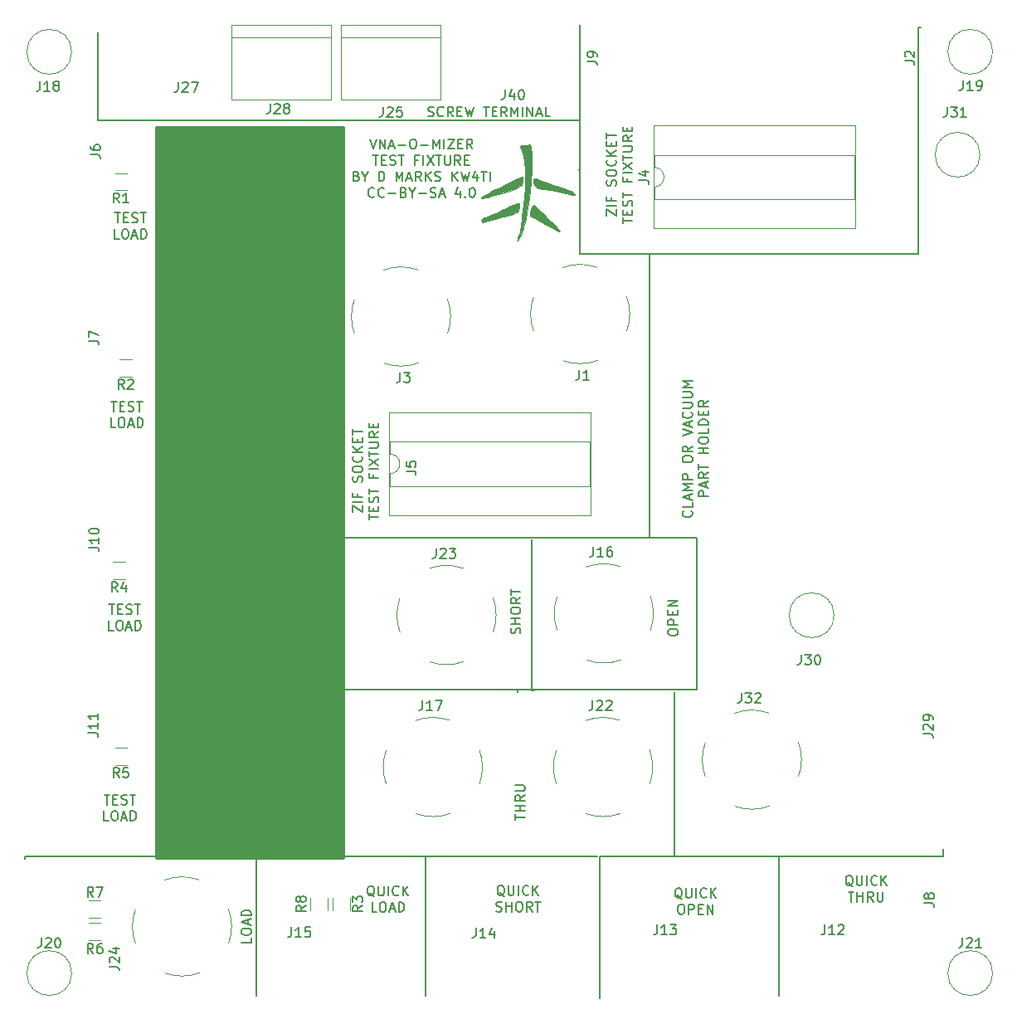
<source format=gbr>
G04 #@! TF.FileFunction,Legend,Top*
%FSLAX46Y46*%
G04 Gerber Fmt 4.6, Leading zero omitted, Abs format (unit mm)*
G04 Created by KiCad (PCBNEW 4.0.7) date 05/05/20 20:17:16*
%MOMM*%
%LPD*%
G01*
G04 APERTURE LIST*
%ADD10C,0.100000*%
%ADD11C,0.200000*%
%ADD12C,0.150000*%
%ADD13C,0.120000*%
%ADD14C,0.010000*%
%ADD15C,0.254000*%
G04 APERTURE END LIST*
D10*
D11*
X107150000Y-60025000D02*
X107150000Y-60050000D01*
X86275000Y-60025000D02*
X107150000Y-60025000D01*
D12*
X85714286Y-61902381D02*
X86047619Y-62902381D01*
X86380953Y-61902381D01*
X86714286Y-62902381D02*
X86714286Y-61902381D01*
X87285715Y-62902381D01*
X87285715Y-61902381D01*
X87714286Y-62616667D02*
X88190477Y-62616667D01*
X87619048Y-62902381D02*
X87952381Y-61902381D01*
X88285715Y-62902381D01*
X88619048Y-62521429D02*
X89380953Y-62521429D01*
X90047619Y-61902381D02*
X90238096Y-61902381D01*
X90333334Y-61950000D01*
X90428572Y-62045238D01*
X90476191Y-62235714D01*
X90476191Y-62569048D01*
X90428572Y-62759524D01*
X90333334Y-62854762D01*
X90238096Y-62902381D01*
X90047619Y-62902381D01*
X89952381Y-62854762D01*
X89857143Y-62759524D01*
X89809524Y-62569048D01*
X89809524Y-62235714D01*
X89857143Y-62045238D01*
X89952381Y-61950000D01*
X90047619Y-61902381D01*
X90904762Y-62521429D02*
X91666667Y-62521429D01*
X92142857Y-62902381D02*
X92142857Y-61902381D01*
X92476191Y-62616667D01*
X92809524Y-61902381D01*
X92809524Y-62902381D01*
X93285714Y-62902381D02*
X93285714Y-61902381D01*
X93666666Y-61902381D02*
X94333333Y-61902381D01*
X93666666Y-62902381D01*
X94333333Y-62902381D01*
X94714285Y-62378571D02*
X95047619Y-62378571D01*
X95190476Y-62902381D02*
X94714285Y-62902381D01*
X94714285Y-61902381D01*
X95190476Y-61902381D01*
X96190476Y-62902381D02*
X95857142Y-62426190D01*
X95619047Y-62902381D02*
X95619047Y-61902381D01*
X96000000Y-61902381D01*
X96095238Y-61950000D01*
X96142857Y-61997619D01*
X96190476Y-62092857D01*
X96190476Y-62235714D01*
X96142857Y-62330952D01*
X96095238Y-62378571D01*
X96000000Y-62426190D01*
X95619047Y-62426190D01*
X86023809Y-63552381D02*
X86595238Y-63552381D01*
X86309523Y-64552381D02*
X86309523Y-63552381D01*
X86928571Y-64028571D02*
X87261905Y-64028571D01*
X87404762Y-64552381D02*
X86928571Y-64552381D01*
X86928571Y-63552381D01*
X87404762Y-63552381D01*
X87785714Y-64504762D02*
X87928571Y-64552381D01*
X88166667Y-64552381D01*
X88261905Y-64504762D01*
X88309524Y-64457143D01*
X88357143Y-64361905D01*
X88357143Y-64266667D01*
X88309524Y-64171429D01*
X88261905Y-64123810D01*
X88166667Y-64076190D01*
X87976190Y-64028571D01*
X87880952Y-63980952D01*
X87833333Y-63933333D01*
X87785714Y-63838095D01*
X87785714Y-63742857D01*
X87833333Y-63647619D01*
X87880952Y-63600000D01*
X87976190Y-63552381D01*
X88214286Y-63552381D01*
X88357143Y-63600000D01*
X88642857Y-63552381D02*
X89214286Y-63552381D01*
X88928571Y-64552381D02*
X88928571Y-63552381D01*
X90642858Y-64028571D02*
X90309524Y-64028571D01*
X90309524Y-64552381D02*
X90309524Y-63552381D01*
X90785715Y-63552381D01*
X91166667Y-64552381D02*
X91166667Y-63552381D01*
X91547619Y-63552381D02*
X92214286Y-64552381D01*
X92214286Y-63552381D02*
X91547619Y-64552381D01*
X92452381Y-63552381D02*
X93023810Y-63552381D01*
X92738095Y-64552381D02*
X92738095Y-63552381D01*
X93357143Y-63552381D02*
X93357143Y-64361905D01*
X93404762Y-64457143D01*
X93452381Y-64504762D01*
X93547619Y-64552381D01*
X93738096Y-64552381D01*
X93833334Y-64504762D01*
X93880953Y-64457143D01*
X93928572Y-64361905D01*
X93928572Y-63552381D01*
X94976191Y-64552381D02*
X94642857Y-64076190D01*
X94404762Y-64552381D02*
X94404762Y-63552381D01*
X94785715Y-63552381D01*
X94880953Y-63600000D01*
X94928572Y-63647619D01*
X94976191Y-63742857D01*
X94976191Y-63885714D01*
X94928572Y-63980952D01*
X94880953Y-64028571D01*
X94785715Y-64076190D01*
X94404762Y-64076190D01*
X95404762Y-64028571D02*
X95738096Y-64028571D01*
X95880953Y-64552381D02*
X95404762Y-64552381D01*
X95404762Y-63552381D01*
X95880953Y-63552381D01*
X84357143Y-65678571D02*
X84500000Y-65726190D01*
X84547619Y-65773810D01*
X84595238Y-65869048D01*
X84595238Y-66011905D01*
X84547619Y-66107143D01*
X84500000Y-66154762D01*
X84404762Y-66202381D01*
X84023809Y-66202381D01*
X84023809Y-65202381D01*
X84357143Y-65202381D01*
X84452381Y-65250000D01*
X84500000Y-65297619D01*
X84547619Y-65392857D01*
X84547619Y-65488095D01*
X84500000Y-65583333D01*
X84452381Y-65630952D01*
X84357143Y-65678571D01*
X84023809Y-65678571D01*
X85214285Y-65726190D02*
X85214285Y-66202381D01*
X84880952Y-65202381D02*
X85214285Y-65726190D01*
X85547619Y-65202381D01*
X86642857Y-66202381D02*
X86642857Y-65202381D01*
X86880952Y-65202381D01*
X87023810Y-65250000D01*
X87119048Y-65345238D01*
X87166667Y-65440476D01*
X87214286Y-65630952D01*
X87214286Y-65773810D01*
X87166667Y-65964286D01*
X87119048Y-66059524D01*
X87023810Y-66154762D01*
X86880952Y-66202381D01*
X86642857Y-66202381D01*
X88404762Y-66202381D02*
X88404762Y-65202381D01*
X88738096Y-65916667D01*
X89071429Y-65202381D01*
X89071429Y-66202381D01*
X89500000Y-65916667D02*
X89976191Y-65916667D01*
X89404762Y-66202381D02*
X89738095Y-65202381D01*
X90071429Y-66202381D01*
X90976191Y-66202381D02*
X90642857Y-65726190D01*
X90404762Y-66202381D02*
X90404762Y-65202381D01*
X90785715Y-65202381D01*
X90880953Y-65250000D01*
X90928572Y-65297619D01*
X90976191Y-65392857D01*
X90976191Y-65535714D01*
X90928572Y-65630952D01*
X90880953Y-65678571D01*
X90785715Y-65726190D01*
X90404762Y-65726190D01*
X91404762Y-66202381D02*
X91404762Y-65202381D01*
X91976191Y-66202381D02*
X91547619Y-65630952D01*
X91976191Y-65202381D02*
X91404762Y-65773810D01*
X92357143Y-66154762D02*
X92500000Y-66202381D01*
X92738096Y-66202381D01*
X92833334Y-66154762D01*
X92880953Y-66107143D01*
X92928572Y-66011905D01*
X92928572Y-65916667D01*
X92880953Y-65821429D01*
X92833334Y-65773810D01*
X92738096Y-65726190D01*
X92547619Y-65678571D01*
X92452381Y-65630952D01*
X92404762Y-65583333D01*
X92357143Y-65488095D01*
X92357143Y-65392857D01*
X92404762Y-65297619D01*
X92452381Y-65250000D01*
X92547619Y-65202381D01*
X92785715Y-65202381D01*
X92928572Y-65250000D01*
X94119048Y-66202381D02*
X94119048Y-65202381D01*
X94690477Y-66202381D02*
X94261905Y-65630952D01*
X94690477Y-65202381D02*
X94119048Y-65773810D01*
X95023810Y-65202381D02*
X95261905Y-66202381D01*
X95452382Y-65488095D01*
X95642858Y-66202381D01*
X95880953Y-65202381D01*
X96690477Y-65535714D02*
X96690477Y-66202381D01*
X96452381Y-65154762D02*
X96214286Y-65869048D01*
X96833334Y-65869048D01*
X97071429Y-65202381D02*
X97642858Y-65202381D01*
X97357143Y-66202381D02*
X97357143Y-65202381D01*
X97976191Y-66202381D02*
X97976191Y-65202381D01*
X86166667Y-67757143D02*
X86119048Y-67804762D01*
X85976191Y-67852381D01*
X85880953Y-67852381D01*
X85738095Y-67804762D01*
X85642857Y-67709524D01*
X85595238Y-67614286D01*
X85547619Y-67423810D01*
X85547619Y-67280952D01*
X85595238Y-67090476D01*
X85642857Y-66995238D01*
X85738095Y-66900000D01*
X85880953Y-66852381D01*
X85976191Y-66852381D01*
X86119048Y-66900000D01*
X86166667Y-66947619D01*
X87166667Y-67757143D02*
X87119048Y-67804762D01*
X86976191Y-67852381D01*
X86880953Y-67852381D01*
X86738095Y-67804762D01*
X86642857Y-67709524D01*
X86595238Y-67614286D01*
X86547619Y-67423810D01*
X86547619Y-67280952D01*
X86595238Y-67090476D01*
X86642857Y-66995238D01*
X86738095Y-66900000D01*
X86880953Y-66852381D01*
X86976191Y-66852381D01*
X87119048Y-66900000D01*
X87166667Y-66947619D01*
X87595238Y-67471429D02*
X88357143Y-67471429D01*
X89166667Y-67328571D02*
X89309524Y-67376190D01*
X89357143Y-67423810D01*
X89404762Y-67519048D01*
X89404762Y-67661905D01*
X89357143Y-67757143D01*
X89309524Y-67804762D01*
X89214286Y-67852381D01*
X88833333Y-67852381D01*
X88833333Y-66852381D01*
X89166667Y-66852381D01*
X89261905Y-66900000D01*
X89309524Y-66947619D01*
X89357143Y-67042857D01*
X89357143Y-67138095D01*
X89309524Y-67233333D01*
X89261905Y-67280952D01*
X89166667Y-67328571D01*
X88833333Y-67328571D01*
X90023809Y-67376190D02*
X90023809Y-67852381D01*
X89690476Y-66852381D02*
X90023809Y-67376190D01*
X90357143Y-66852381D01*
X90690476Y-67471429D02*
X91452381Y-67471429D01*
X91880952Y-67804762D02*
X92023809Y-67852381D01*
X92261905Y-67852381D01*
X92357143Y-67804762D01*
X92404762Y-67757143D01*
X92452381Y-67661905D01*
X92452381Y-67566667D01*
X92404762Y-67471429D01*
X92357143Y-67423810D01*
X92261905Y-67376190D01*
X92071428Y-67328571D01*
X91976190Y-67280952D01*
X91928571Y-67233333D01*
X91880952Y-67138095D01*
X91880952Y-67042857D01*
X91928571Y-66947619D01*
X91976190Y-66900000D01*
X92071428Y-66852381D01*
X92309524Y-66852381D01*
X92452381Y-66900000D01*
X92833333Y-67566667D02*
X93309524Y-67566667D01*
X92738095Y-67852381D02*
X93071428Y-66852381D01*
X93404762Y-67852381D01*
X94928572Y-67185714D02*
X94928572Y-67852381D01*
X94690476Y-66804762D02*
X94452381Y-67519048D01*
X95071429Y-67519048D01*
X95452381Y-67757143D02*
X95500000Y-67804762D01*
X95452381Y-67852381D01*
X95404762Y-67804762D01*
X95452381Y-67757143D01*
X95452381Y-67852381D01*
X96119047Y-66852381D02*
X96214286Y-66852381D01*
X96309524Y-66900000D01*
X96357143Y-66947619D01*
X96404762Y-67042857D01*
X96452381Y-67233333D01*
X96452381Y-67471429D01*
X96404762Y-67661905D01*
X96357143Y-67757143D01*
X96309524Y-67804762D01*
X96214286Y-67852381D01*
X96119047Y-67852381D01*
X96023809Y-67804762D01*
X95976190Y-67757143D01*
X95928571Y-67661905D01*
X95880952Y-67471429D01*
X95880952Y-67233333D01*
X95928571Y-67042857D01*
X95976190Y-66947619D01*
X96023809Y-66900000D01*
X96119047Y-66852381D01*
D11*
X87175000Y-59975000D02*
X87100000Y-59975000D01*
X107075000Y-65000000D02*
X107075000Y-65050000D01*
X114046000Y-73660000D02*
X141732000Y-73660000D01*
X102260400Y-118186200D02*
X102539800Y-118186200D01*
X102260400Y-102768400D02*
X102260400Y-118186200D01*
X58000000Y-60000000D02*
X58000000Y-51000000D01*
X87000000Y-60000000D02*
X58000000Y-60000000D01*
X141732000Y-50546000D02*
X141986000Y-50546000D01*
X141732000Y-73660000D02*
X141732000Y-50546000D01*
X116840000Y-118364000D02*
X116840000Y-135128000D01*
X100838000Y-118110000D02*
X100838000Y-118364000D01*
X119126000Y-118110000D02*
X100838000Y-118110000D01*
X119126000Y-102616000D02*
X119126000Y-118110000D01*
X114300000Y-102616000D02*
X119126000Y-102616000D01*
X100838000Y-118110000D02*
X83058000Y-118110000D01*
X83058000Y-102616000D02*
X83058000Y-102870000D01*
X114300000Y-102616000D02*
X83058000Y-102616000D01*
X114300000Y-73660000D02*
X114300000Y-102616000D01*
X107188000Y-73660000D02*
X114300000Y-73660000D01*
X107188000Y-73660000D02*
X107188000Y-50292000D01*
X50546000Y-135128000D02*
X50546000Y-135382000D01*
X74168000Y-135128000D02*
X50546000Y-135128000D01*
X74168000Y-135128000D02*
X91440000Y-135128000D01*
X74168000Y-149352000D02*
X74168000Y-135128000D01*
X91440000Y-135128000D02*
X108966000Y-135128000D01*
X91440000Y-149352000D02*
X91440000Y-135128000D01*
X109220000Y-135128000D02*
X127508000Y-135128000D01*
X109220000Y-149606000D02*
X109220000Y-135128000D01*
X144272000Y-135128000D02*
X144272000Y-134366000D01*
X127508000Y-135128000D02*
X144272000Y-135128000D01*
X127508000Y-149352000D02*
X127508000Y-135128000D01*
D12*
X118532143Y-99857143D02*
X118579762Y-99904762D01*
X118627381Y-100047619D01*
X118627381Y-100142857D01*
X118579762Y-100285715D01*
X118484524Y-100380953D01*
X118389286Y-100428572D01*
X118198810Y-100476191D01*
X118055952Y-100476191D01*
X117865476Y-100428572D01*
X117770238Y-100380953D01*
X117675000Y-100285715D01*
X117627381Y-100142857D01*
X117627381Y-100047619D01*
X117675000Y-99904762D01*
X117722619Y-99857143D01*
X118627381Y-98952381D02*
X118627381Y-99428572D01*
X117627381Y-99428572D01*
X118341667Y-98666667D02*
X118341667Y-98190476D01*
X118627381Y-98761905D02*
X117627381Y-98428572D01*
X118627381Y-98095238D01*
X118627381Y-97761905D02*
X117627381Y-97761905D01*
X118341667Y-97428571D01*
X117627381Y-97095238D01*
X118627381Y-97095238D01*
X118627381Y-96619048D02*
X117627381Y-96619048D01*
X117627381Y-96238095D01*
X117675000Y-96142857D01*
X117722619Y-96095238D01*
X117817857Y-96047619D01*
X117960714Y-96047619D01*
X118055952Y-96095238D01*
X118103571Y-96142857D01*
X118151190Y-96238095D01*
X118151190Y-96619048D01*
X117627381Y-94666667D02*
X117627381Y-94476190D01*
X117675000Y-94380952D01*
X117770238Y-94285714D01*
X117960714Y-94238095D01*
X118294048Y-94238095D01*
X118484524Y-94285714D01*
X118579762Y-94380952D01*
X118627381Y-94476190D01*
X118627381Y-94666667D01*
X118579762Y-94761905D01*
X118484524Y-94857143D01*
X118294048Y-94904762D01*
X117960714Y-94904762D01*
X117770238Y-94857143D01*
X117675000Y-94761905D01*
X117627381Y-94666667D01*
X118627381Y-93238095D02*
X118151190Y-93571429D01*
X118627381Y-93809524D02*
X117627381Y-93809524D01*
X117627381Y-93428571D01*
X117675000Y-93333333D01*
X117722619Y-93285714D01*
X117817857Y-93238095D01*
X117960714Y-93238095D01*
X118055952Y-93285714D01*
X118103571Y-93333333D01*
X118151190Y-93428571D01*
X118151190Y-93809524D01*
X117627381Y-92190476D02*
X118627381Y-91857143D01*
X117627381Y-91523809D01*
X118341667Y-91238095D02*
X118341667Y-90761904D01*
X118627381Y-91333333D02*
X117627381Y-91000000D01*
X118627381Y-90666666D01*
X118532143Y-89761904D02*
X118579762Y-89809523D01*
X118627381Y-89952380D01*
X118627381Y-90047618D01*
X118579762Y-90190476D01*
X118484524Y-90285714D01*
X118389286Y-90333333D01*
X118198810Y-90380952D01*
X118055952Y-90380952D01*
X117865476Y-90333333D01*
X117770238Y-90285714D01*
X117675000Y-90190476D01*
X117627381Y-90047618D01*
X117627381Y-89952380D01*
X117675000Y-89809523D01*
X117722619Y-89761904D01*
X117627381Y-89333333D02*
X118436905Y-89333333D01*
X118532143Y-89285714D01*
X118579762Y-89238095D01*
X118627381Y-89142857D01*
X118627381Y-88952380D01*
X118579762Y-88857142D01*
X118532143Y-88809523D01*
X118436905Y-88761904D01*
X117627381Y-88761904D01*
X117627381Y-88285714D02*
X118436905Y-88285714D01*
X118532143Y-88238095D01*
X118579762Y-88190476D01*
X118627381Y-88095238D01*
X118627381Y-87904761D01*
X118579762Y-87809523D01*
X118532143Y-87761904D01*
X118436905Y-87714285D01*
X117627381Y-87714285D01*
X118627381Y-87238095D02*
X117627381Y-87238095D01*
X118341667Y-86904761D01*
X117627381Y-86571428D01*
X118627381Y-86571428D01*
X120277381Y-98357143D02*
X119277381Y-98357143D01*
X119277381Y-97976190D01*
X119325000Y-97880952D01*
X119372619Y-97833333D01*
X119467857Y-97785714D01*
X119610714Y-97785714D01*
X119705952Y-97833333D01*
X119753571Y-97880952D01*
X119801190Y-97976190D01*
X119801190Y-98357143D01*
X119991667Y-97404762D02*
X119991667Y-96928571D01*
X120277381Y-97500000D02*
X119277381Y-97166667D01*
X120277381Y-96833333D01*
X120277381Y-95928571D02*
X119801190Y-96261905D01*
X120277381Y-96500000D02*
X119277381Y-96500000D01*
X119277381Y-96119047D01*
X119325000Y-96023809D01*
X119372619Y-95976190D01*
X119467857Y-95928571D01*
X119610714Y-95928571D01*
X119705952Y-95976190D01*
X119753571Y-96023809D01*
X119801190Y-96119047D01*
X119801190Y-96500000D01*
X119277381Y-95642857D02*
X119277381Y-95071428D01*
X120277381Y-95357143D02*
X119277381Y-95357143D01*
X120277381Y-93976190D02*
X119277381Y-93976190D01*
X119753571Y-93976190D02*
X119753571Y-93404761D01*
X120277381Y-93404761D02*
X119277381Y-93404761D01*
X119277381Y-92738095D02*
X119277381Y-92547618D01*
X119325000Y-92452380D01*
X119420238Y-92357142D01*
X119610714Y-92309523D01*
X119944048Y-92309523D01*
X120134524Y-92357142D01*
X120229762Y-92452380D01*
X120277381Y-92547618D01*
X120277381Y-92738095D01*
X120229762Y-92833333D01*
X120134524Y-92928571D01*
X119944048Y-92976190D01*
X119610714Y-92976190D01*
X119420238Y-92928571D01*
X119325000Y-92833333D01*
X119277381Y-92738095D01*
X120277381Y-91404761D02*
X120277381Y-91880952D01*
X119277381Y-91880952D01*
X120277381Y-91071428D02*
X119277381Y-91071428D01*
X119277381Y-90833333D01*
X119325000Y-90690475D01*
X119420238Y-90595237D01*
X119515476Y-90547618D01*
X119705952Y-90499999D01*
X119848810Y-90499999D01*
X120039286Y-90547618D01*
X120134524Y-90595237D01*
X120229762Y-90690475D01*
X120277381Y-90833333D01*
X120277381Y-91071428D01*
X119753571Y-90071428D02*
X119753571Y-89738094D01*
X120277381Y-89595237D02*
X120277381Y-90071428D01*
X119277381Y-90071428D01*
X119277381Y-89595237D01*
X120277381Y-88595237D02*
X119801190Y-88928571D01*
X120277381Y-89166666D02*
X119277381Y-89166666D01*
X119277381Y-88785713D01*
X119325000Y-88690475D01*
X119372619Y-88642856D01*
X119467857Y-88595237D01*
X119610714Y-88595237D01*
X119705952Y-88642856D01*
X119753571Y-88690475D01*
X119801190Y-88785713D01*
X119801190Y-89166666D01*
X91659524Y-59554762D02*
X91802381Y-59602381D01*
X92040477Y-59602381D01*
X92135715Y-59554762D01*
X92183334Y-59507143D01*
X92230953Y-59411905D01*
X92230953Y-59316667D01*
X92183334Y-59221429D01*
X92135715Y-59173810D01*
X92040477Y-59126190D01*
X91850000Y-59078571D01*
X91754762Y-59030952D01*
X91707143Y-58983333D01*
X91659524Y-58888095D01*
X91659524Y-58792857D01*
X91707143Y-58697619D01*
X91754762Y-58650000D01*
X91850000Y-58602381D01*
X92088096Y-58602381D01*
X92230953Y-58650000D01*
X93230953Y-59507143D02*
X93183334Y-59554762D01*
X93040477Y-59602381D01*
X92945239Y-59602381D01*
X92802381Y-59554762D01*
X92707143Y-59459524D01*
X92659524Y-59364286D01*
X92611905Y-59173810D01*
X92611905Y-59030952D01*
X92659524Y-58840476D01*
X92707143Y-58745238D01*
X92802381Y-58650000D01*
X92945239Y-58602381D01*
X93040477Y-58602381D01*
X93183334Y-58650000D01*
X93230953Y-58697619D01*
X94230953Y-59602381D02*
X93897619Y-59126190D01*
X93659524Y-59602381D02*
X93659524Y-58602381D01*
X94040477Y-58602381D01*
X94135715Y-58650000D01*
X94183334Y-58697619D01*
X94230953Y-58792857D01*
X94230953Y-58935714D01*
X94183334Y-59030952D01*
X94135715Y-59078571D01*
X94040477Y-59126190D01*
X93659524Y-59126190D01*
X94659524Y-59078571D02*
X94992858Y-59078571D01*
X95135715Y-59602381D02*
X94659524Y-59602381D01*
X94659524Y-58602381D01*
X95135715Y-58602381D01*
X95469048Y-58602381D02*
X95707143Y-59602381D01*
X95897620Y-58888095D01*
X96088096Y-59602381D01*
X96326191Y-58602381D01*
X97326191Y-58602381D02*
X97897620Y-58602381D01*
X97611905Y-59602381D02*
X97611905Y-58602381D01*
X98230953Y-59078571D02*
X98564287Y-59078571D01*
X98707144Y-59602381D02*
X98230953Y-59602381D01*
X98230953Y-58602381D01*
X98707144Y-58602381D01*
X99707144Y-59602381D02*
X99373810Y-59126190D01*
X99135715Y-59602381D02*
X99135715Y-58602381D01*
X99516668Y-58602381D01*
X99611906Y-58650000D01*
X99659525Y-58697619D01*
X99707144Y-58792857D01*
X99707144Y-58935714D01*
X99659525Y-59030952D01*
X99611906Y-59078571D01*
X99516668Y-59126190D01*
X99135715Y-59126190D01*
X100135715Y-59602381D02*
X100135715Y-58602381D01*
X100469049Y-59316667D01*
X100802382Y-58602381D01*
X100802382Y-59602381D01*
X101278572Y-59602381D02*
X101278572Y-58602381D01*
X101754762Y-59602381D02*
X101754762Y-58602381D01*
X102326191Y-59602381D01*
X102326191Y-58602381D01*
X102754762Y-59316667D02*
X103230953Y-59316667D01*
X102659524Y-59602381D02*
X102992857Y-58602381D01*
X103326191Y-59602381D01*
X104135715Y-59602381D02*
X103659524Y-59602381D01*
X103659524Y-58602381D01*
X99457048Y-139168619D02*
X99361810Y-139121000D01*
X99266572Y-139025762D01*
X99123715Y-138882905D01*
X99028476Y-138835286D01*
X98933238Y-138835286D01*
X98980857Y-139073381D02*
X98885619Y-139025762D01*
X98790381Y-138930524D01*
X98742762Y-138740048D01*
X98742762Y-138406714D01*
X98790381Y-138216238D01*
X98885619Y-138121000D01*
X98980857Y-138073381D01*
X99171334Y-138073381D01*
X99266572Y-138121000D01*
X99361810Y-138216238D01*
X99409429Y-138406714D01*
X99409429Y-138740048D01*
X99361810Y-138930524D01*
X99266572Y-139025762D01*
X99171334Y-139073381D01*
X98980857Y-139073381D01*
X99838000Y-138073381D02*
X99838000Y-138882905D01*
X99885619Y-138978143D01*
X99933238Y-139025762D01*
X100028476Y-139073381D01*
X100218953Y-139073381D01*
X100314191Y-139025762D01*
X100361810Y-138978143D01*
X100409429Y-138882905D01*
X100409429Y-138073381D01*
X100885619Y-139073381D02*
X100885619Y-138073381D01*
X101933238Y-138978143D02*
X101885619Y-139025762D01*
X101742762Y-139073381D01*
X101647524Y-139073381D01*
X101504666Y-139025762D01*
X101409428Y-138930524D01*
X101361809Y-138835286D01*
X101314190Y-138644810D01*
X101314190Y-138501952D01*
X101361809Y-138311476D01*
X101409428Y-138216238D01*
X101504666Y-138121000D01*
X101647524Y-138073381D01*
X101742762Y-138073381D01*
X101885619Y-138121000D01*
X101933238Y-138168619D01*
X102361809Y-139073381D02*
X102361809Y-138073381D01*
X102933238Y-139073381D02*
X102504666Y-138501952D01*
X102933238Y-138073381D02*
X102361809Y-138644810D01*
X98623714Y-140675762D02*
X98766571Y-140723381D01*
X99004667Y-140723381D01*
X99099905Y-140675762D01*
X99147524Y-140628143D01*
X99195143Y-140532905D01*
X99195143Y-140437667D01*
X99147524Y-140342429D01*
X99099905Y-140294810D01*
X99004667Y-140247190D01*
X98814190Y-140199571D01*
X98718952Y-140151952D01*
X98671333Y-140104333D01*
X98623714Y-140009095D01*
X98623714Y-139913857D01*
X98671333Y-139818619D01*
X98718952Y-139771000D01*
X98814190Y-139723381D01*
X99052286Y-139723381D01*
X99195143Y-139771000D01*
X99623714Y-140723381D02*
X99623714Y-139723381D01*
X99623714Y-140199571D02*
X100195143Y-140199571D01*
X100195143Y-140723381D02*
X100195143Y-139723381D01*
X100861809Y-139723381D02*
X101052286Y-139723381D01*
X101147524Y-139771000D01*
X101242762Y-139866238D01*
X101290381Y-140056714D01*
X101290381Y-140390048D01*
X101242762Y-140580524D01*
X101147524Y-140675762D01*
X101052286Y-140723381D01*
X100861809Y-140723381D01*
X100766571Y-140675762D01*
X100671333Y-140580524D01*
X100623714Y-140390048D01*
X100623714Y-140056714D01*
X100671333Y-139866238D01*
X100766571Y-139771000D01*
X100861809Y-139723381D01*
X102290381Y-140723381D02*
X101957047Y-140247190D01*
X101718952Y-140723381D02*
X101718952Y-139723381D01*
X102099905Y-139723381D01*
X102195143Y-139771000D01*
X102242762Y-139818619D01*
X102290381Y-139913857D01*
X102290381Y-140056714D01*
X102242762Y-140151952D01*
X102195143Y-140199571D01*
X102099905Y-140247190D01*
X101718952Y-140247190D01*
X102576095Y-139723381D02*
X103147524Y-139723381D01*
X102861809Y-140723381D02*
X102861809Y-139723381D01*
X73604381Y-143382857D02*
X73604381Y-143859048D01*
X72604381Y-143859048D01*
X72604381Y-142859048D02*
X72604381Y-142668571D01*
X72652000Y-142573333D01*
X72747238Y-142478095D01*
X72937714Y-142430476D01*
X73271048Y-142430476D01*
X73461524Y-142478095D01*
X73556762Y-142573333D01*
X73604381Y-142668571D01*
X73604381Y-142859048D01*
X73556762Y-142954286D01*
X73461524Y-143049524D01*
X73271048Y-143097143D01*
X72937714Y-143097143D01*
X72747238Y-143049524D01*
X72652000Y-142954286D01*
X72604381Y-142859048D01*
X73318667Y-142049524D02*
X73318667Y-141573333D01*
X73604381Y-142144762D02*
X72604381Y-141811429D01*
X73604381Y-141478095D01*
X73604381Y-141144762D02*
X72604381Y-141144762D01*
X72604381Y-140906667D01*
X72652000Y-140763809D01*
X72747238Y-140668571D01*
X72842476Y-140620952D01*
X73032952Y-140573333D01*
X73175810Y-140573333D01*
X73366286Y-140620952D01*
X73461524Y-140668571D01*
X73556762Y-140763809D01*
X73604381Y-140906667D01*
X73604381Y-141144762D01*
X101039562Y-112348686D02*
X101087181Y-112205829D01*
X101087181Y-111967733D01*
X101039562Y-111872495D01*
X100991943Y-111824876D01*
X100896705Y-111777257D01*
X100801467Y-111777257D01*
X100706229Y-111824876D01*
X100658610Y-111872495D01*
X100610990Y-111967733D01*
X100563371Y-112158210D01*
X100515752Y-112253448D01*
X100468133Y-112301067D01*
X100372895Y-112348686D01*
X100277657Y-112348686D01*
X100182419Y-112301067D01*
X100134800Y-112253448D01*
X100087181Y-112158210D01*
X100087181Y-111920114D01*
X100134800Y-111777257D01*
X101087181Y-111348686D02*
X100087181Y-111348686D01*
X100563371Y-111348686D02*
X100563371Y-110777257D01*
X101087181Y-110777257D02*
X100087181Y-110777257D01*
X100087181Y-110110591D02*
X100087181Y-109920114D01*
X100134800Y-109824876D01*
X100230038Y-109729638D01*
X100420514Y-109682019D01*
X100753848Y-109682019D01*
X100944324Y-109729638D01*
X101039562Y-109824876D01*
X101087181Y-109920114D01*
X101087181Y-110110591D01*
X101039562Y-110205829D01*
X100944324Y-110301067D01*
X100753848Y-110348686D01*
X100420514Y-110348686D01*
X100230038Y-110301067D01*
X100134800Y-110205829D01*
X100087181Y-110110591D01*
X101087181Y-108682019D02*
X100610990Y-109015353D01*
X101087181Y-109253448D02*
X100087181Y-109253448D01*
X100087181Y-108872495D01*
X100134800Y-108777257D01*
X100182419Y-108729638D01*
X100277657Y-108682019D01*
X100420514Y-108682019D01*
X100515752Y-108729638D01*
X100563371Y-108777257D01*
X100610990Y-108872495D01*
X100610990Y-109253448D01*
X100087181Y-108396305D02*
X100087181Y-107824876D01*
X101087181Y-108110591D02*
X100087181Y-108110591D01*
X100544381Y-131373333D02*
X100544381Y-130801904D01*
X101544381Y-131087619D02*
X100544381Y-131087619D01*
X101544381Y-130468571D02*
X100544381Y-130468571D01*
X101020571Y-130468571D02*
X101020571Y-129897142D01*
X101544381Y-129897142D02*
X100544381Y-129897142D01*
X101544381Y-128849523D02*
X101068190Y-129182857D01*
X101544381Y-129420952D02*
X100544381Y-129420952D01*
X100544381Y-129039999D01*
X100592000Y-128944761D01*
X100639619Y-128897142D01*
X100734857Y-128849523D01*
X100877714Y-128849523D01*
X100972952Y-128897142D01*
X101020571Y-128944761D01*
X101068190Y-129039999D01*
X101068190Y-129420952D01*
X100544381Y-128420952D02*
X101353905Y-128420952D01*
X101449143Y-128373333D01*
X101496762Y-128325714D01*
X101544381Y-128230476D01*
X101544381Y-128039999D01*
X101496762Y-127944761D01*
X101449143Y-127897142D01*
X101353905Y-127849523D01*
X100544381Y-127849523D01*
X116165381Y-112315429D02*
X116165381Y-112124952D01*
X116213000Y-112029714D01*
X116308238Y-111934476D01*
X116498714Y-111886857D01*
X116832048Y-111886857D01*
X117022524Y-111934476D01*
X117117762Y-112029714D01*
X117165381Y-112124952D01*
X117165381Y-112315429D01*
X117117762Y-112410667D01*
X117022524Y-112505905D01*
X116832048Y-112553524D01*
X116498714Y-112553524D01*
X116308238Y-112505905D01*
X116213000Y-112410667D01*
X116165381Y-112315429D01*
X117165381Y-111458286D02*
X116165381Y-111458286D01*
X116165381Y-111077333D01*
X116213000Y-110982095D01*
X116260619Y-110934476D01*
X116355857Y-110886857D01*
X116498714Y-110886857D01*
X116593952Y-110934476D01*
X116641571Y-110982095D01*
X116689190Y-111077333D01*
X116689190Y-111458286D01*
X116641571Y-110458286D02*
X116641571Y-110124952D01*
X117165381Y-109982095D02*
X117165381Y-110458286D01*
X116165381Y-110458286D01*
X116165381Y-109982095D01*
X117165381Y-109553524D02*
X116165381Y-109553524D01*
X117165381Y-108982095D01*
X116165381Y-108982095D01*
X86194048Y-139197619D02*
X86098810Y-139150000D01*
X86003572Y-139054762D01*
X85860715Y-138911905D01*
X85765476Y-138864286D01*
X85670238Y-138864286D01*
X85717857Y-139102381D02*
X85622619Y-139054762D01*
X85527381Y-138959524D01*
X85479762Y-138769048D01*
X85479762Y-138435714D01*
X85527381Y-138245238D01*
X85622619Y-138150000D01*
X85717857Y-138102381D01*
X85908334Y-138102381D01*
X86003572Y-138150000D01*
X86098810Y-138245238D01*
X86146429Y-138435714D01*
X86146429Y-138769048D01*
X86098810Y-138959524D01*
X86003572Y-139054762D01*
X85908334Y-139102381D01*
X85717857Y-139102381D01*
X86575000Y-138102381D02*
X86575000Y-138911905D01*
X86622619Y-139007143D01*
X86670238Y-139054762D01*
X86765476Y-139102381D01*
X86955953Y-139102381D01*
X87051191Y-139054762D01*
X87098810Y-139007143D01*
X87146429Y-138911905D01*
X87146429Y-138102381D01*
X87622619Y-139102381D02*
X87622619Y-138102381D01*
X88670238Y-139007143D02*
X88622619Y-139054762D01*
X88479762Y-139102381D01*
X88384524Y-139102381D01*
X88241666Y-139054762D01*
X88146428Y-138959524D01*
X88098809Y-138864286D01*
X88051190Y-138673810D01*
X88051190Y-138530952D01*
X88098809Y-138340476D01*
X88146428Y-138245238D01*
X88241666Y-138150000D01*
X88384524Y-138102381D01*
X88479762Y-138102381D01*
X88622619Y-138150000D01*
X88670238Y-138197619D01*
X89098809Y-139102381D02*
X89098809Y-138102381D01*
X89670238Y-139102381D02*
X89241666Y-138530952D01*
X89670238Y-138102381D02*
X89098809Y-138673810D01*
X86432143Y-140752381D02*
X85955952Y-140752381D01*
X85955952Y-139752381D01*
X86955952Y-139752381D02*
X87146429Y-139752381D01*
X87241667Y-139800000D01*
X87336905Y-139895238D01*
X87384524Y-140085714D01*
X87384524Y-140419048D01*
X87336905Y-140609524D01*
X87241667Y-140704762D01*
X87146429Y-140752381D01*
X86955952Y-140752381D01*
X86860714Y-140704762D01*
X86765476Y-140609524D01*
X86717857Y-140419048D01*
X86717857Y-140085714D01*
X86765476Y-139895238D01*
X86860714Y-139800000D01*
X86955952Y-139752381D01*
X87765476Y-140466667D02*
X88241667Y-140466667D01*
X87670238Y-140752381D02*
X88003571Y-139752381D01*
X88336905Y-140752381D01*
X88670238Y-140752381D02*
X88670238Y-139752381D01*
X88908333Y-139752381D01*
X89051191Y-139800000D01*
X89146429Y-139895238D01*
X89194048Y-139990476D01*
X89241667Y-140180952D01*
X89241667Y-140323810D01*
X89194048Y-140514286D01*
X89146429Y-140609524D01*
X89051191Y-140704762D01*
X88908333Y-140752381D01*
X88670238Y-140752381D01*
X117594048Y-139422619D02*
X117498810Y-139375000D01*
X117403572Y-139279762D01*
X117260715Y-139136905D01*
X117165476Y-139089286D01*
X117070238Y-139089286D01*
X117117857Y-139327381D02*
X117022619Y-139279762D01*
X116927381Y-139184524D01*
X116879762Y-138994048D01*
X116879762Y-138660714D01*
X116927381Y-138470238D01*
X117022619Y-138375000D01*
X117117857Y-138327381D01*
X117308334Y-138327381D01*
X117403572Y-138375000D01*
X117498810Y-138470238D01*
X117546429Y-138660714D01*
X117546429Y-138994048D01*
X117498810Y-139184524D01*
X117403572Y-139279762D01*
X117308334Y-139327381D01*
X117117857Y-139327381D01*
X117975000Y-138327381D02*
X117975000Y-139136905D01*
X118022619Y-139232143D01*
X118070238Y-139279762D01*
X118165476Y-139327381D01*
X118355953Y-139327381D01*
X118451191Y-139279762D01*
X118498810Y-139232143D01*
X118546429Y-139136905D01*
X118546429Y-138327381D01*
X119022619Y-139327381D02*
X119022619Y-138327381D01*
X120070238Y-139232143D02*
X120022619Y-139279762D01*
X119879762Y-139327381D01*
X119784524Y-139327381D01*
X119641666Y-139279762D01*
X119546428Y-139184524D01*
X119498809Y-139089286D01*
X119451190Y-138898810D01*
X119451190Y-138755952D01*
X119498809Y-138565476D01*
X119546428Y-138470238D01*
X119641666Y-138375000D01*
X119784524Y-138327381D01*
X119879762Y-138327381D01*
X120022619Y-138375000D01*
X120070238Y-138422619D01*
X120498809Y-139327381D02*
X120498809Y-138327381D01*
X121070238Y-139327381D02*
X120641666Y-138755952D01*
X121070238Y-138327381D02*
X120498809Y-138898810D01*
X117403571Y-139977381D02*
X117594048Y-139977381D01*
X117689286Y-140025000D01*
X117784524Y-140120238D01*
X117832143Y-140310714D01*
X117832143Y-140644048D01*
X117784524Y-140834524D01*
X117689286Y-140929762D01*
X117594048Y-140977381D01*
X117403571Y-140977381D01*
X117308333Y-140929762D01*
X117213095Y-140834524D01*
X117165476Y-140644048D01*
X117165476Y-140310714D01*
X117213095Y-140120238D01*
X117308333Y-140025000D01*
X117403571Y-139977381D01*
X118260714Y-140977381D02*
X118260714Y-139977381D01*
X118641667Y-139977381D01*
X118736905Y-140025000D01*
X118784524Y-140072619D01*
X118832143Y-140167857D01*
X118832143Y-140310714D01*
X118784524Y-140405952D01*
X118736905Y-140453571D01*
X118641667Y-140501190D01*
X118260714Y-140501190D01*
X119260714Y-140453571D02*
X119594048Y-140453571D01*
X119736905Y-140977381D02*
X119260714Y-140977381D01*
X119260714Y-139977381D01*
X119736905Y-139977381D01*
X120165476Y-140977381D02*
X120165476Y-139977381D01*
X120736905Y-140977381D01*
X120736905Y-139977381D01*
X135017048Y-138152619D02*
X134921810Y-138105000D01*
X134826572Y-138009762D01*
X134683715Y-137866905D01*
X134588476Y-137819286D01*
X134493238Y-137819286D01*
X134540857Y-138057381D02*
X134445619Y-138009762D01*
X134350381Y-137914524D01*
X134302762Y-137724048D01*
X134302762Y-137390714D01*
X134350381Y-137200238D01*
X134445619Y-137105000D01*
X134540857Y-137057381D01*
X134731334Y-137057381D01*
X134826572Y-137105000D01*
X134921810Y-137200238D01*
X134969429Y-137390714D01*
X134969429Y-137724048D01*
X134921810Y-137914524D01*
X134826572Y-138009762D01*
X134731334Y-138057381D01*
X134540857Y-138057381D01*
X135398000Y-137057381D02*
X135398000Y-137866905D01*
X135445619Y-137962143D01*
X135493238Y-138009762D01*
X135588476Y-138057381D01*
X135778953Y-138057381D01*
X135874191Y-138009762D01*
X135921810Y-137962143D01*
X135969429Y-137866905D01*
X135969429Y-137057381D01*
X136445619Y-138057381D02*
X136445619Y-137057381D01*
X137493238Y-137962143D02*
X137445619Y-138009762D01*
X137302762Y-138057381D01*
X137207524Y-138057381D01*
X137064666Y-138009762D01*
X136969428Y-137914524D01*
X136921809Y-137819286D01*
X136874190Y-137628810D01*
X136874190Y-137485952D01*
X136921809Y-137295476D01*
X136969428Y-137200238D01*
X137064666Y-137105000D01*
X137207524Y-137057381D01*
X137302762Y-137057381D01*
X137445619Y-137105000D01*
X137493238Y-137152619D01*
X137921809Y-138057381D02*
X137921809Y-137057381D01*
X138493238Y-138057381D02*
X138064666Y-137485952D01*
X138493238Y-137057381D02*
X137921809Y-137628810D01*
X134564667Y-138707381D02*
X135136096Y-138707381D01*
X134850381Y-139707381D02*
X134850381Y-138707381D01*
X135469429Y-139707381D02*
X135469429Y-138707381D01*
X135469429Y-139183571D02*
X136040858Y-139183571D01*
X136040858Y-139707381D02*
X136040858Y-138707381D01*
X137088477Y-139707381D02*
X136755143Y-139231190D01*
X136517048Y-139707381D02*
X136517048Y-138707381D01*
X136898001Y-138707381D01*
X136993239Y-138755000D01*
X137040858Y-138802619D01*
X137088477Y-138897857D01*
X137088477Y-139040714D01*
X137040858Y-139135952D01*
X136993239Y-139183571D01*
X136898001Y-139231190D01*
X136517048Y-139231190D01*
X137517048Y-138707381D02*
X137517048Y-139516905D01*
X137564667Y-139612143D01*
X137612286Y-139659762D01*
X137707524Y-139707381D01*
X137898001Y-139707381D01*
X137993239Y-139659762D01*
X138040858Y-139612143D01*
X138088477Y-139516905D01*
X138088477Y-138707381D01*
X58604762Y-128802381D02*
X59176191Y-128802381D01*
X58890476Y-129802381D02*
X58890476Y-128802381D01*
X59509524Y-129278571D02*
X59842858Y-129278571D01*
X59985715Y-129802381D02*
X59509524Y-129802381D01*
X59509524Y-128802381D01*
X59985715Y-128802381D01*
X60366667Y-129754762D02*
X60509524Y-129802381D01*
X60747620Y-129802381D01*
X60842858Y-129754762D01*
X60890477Y-129707143D01*
X60938096Y-129611905D01*
X60938096Y-129516667D01*
X60890477Y-129421429D01*
X60842858Y-129373810D01*
X60747620Y-129326190D01*
X60557143Y-129278571D01*
X60461905Y-129230952D01*
X60414286Y-129183333D01*
X60366667Y-129088095D01*
X60366667Y-128992857D01*
X60414286Y-128897619D01*
X60461905Y-128850000D01*
X60557143Y-128802381D01*
X60795239Y-128802381D01*
X60938096Y-128850000D01*
X61223810Y-128802381D02*
X61795239Y-128802381D01*
X61509524Y-129802381D02*
X61509524Y-128802381D01*
X59057143Y-131452381D02*
X58580952Y-131452381D01*
X58580952Y-130452381D01*
X59580952Y-130452381D02*
X59771429Y-130452381D01*
X59866667Y-130500000D01*
X59961905Y-130595238D01*
X60009524Y-130785714D01*
X60009524Y-131119048D01*
X59961905Y-131309524D01*
X59866667Y-131404762D01*
X59771429Y-131452381D01*
X59580952Y-131452381D01*
X59485714Y-131404762D01*
X59390476Y-131309524D01*
X59342857Y-131119048D01*
X59342857Y-130785714D01*
X59390476Y-130595238D01*
X59485714Y-130500000D01*
X59580952Y-130452381D01*
X60390476Y-131166667D02*
X60866667Y-131166667D01*
X60295238Y-131452381D02*
X60628571Y-130452381D01*
X60961905Y-131452381D01*
X61295238Y-131452381D02*
X61295238Y-130452381D01*
X61533333Y-130452381D01*
X61676191Y-130500000D01*
X61771429Y-130595238D01*
X61819048Y-130690476D01*
X61866667Y-130880952D01*
X61866667Y-131023810D01*
X61819048Y-131214286D01*
X61771429Y-131309524D01*
X61676191Y-131404762D01*
X61533333Y-131452381D01*
X61295238Y-131452381D01*
X59104762Y-109377381D02*
X59676191Y-109377381D01*
X59390476Y-110377381D02*
X59390476Y-109377381D01*
X60009524Y-109853571D02*
X60342858Y-109853571D01*
X60485715Y-110377381D02*
X60009524Y-110377381D01*
X60009524Y-109377381D01*
X60485715Y-109377381D01*
X60866667Y-110329762D02*
X61009524Y-110377381D01*
X61247620Y-110377381D01*
X61342858Y-110329762D01*
X61390477Y-110282143D01*
X61438096Y-110186905D01*
X61438096Y-110091667D01*
X61390477Y-109996429D01*
X61342858Y-109948810D01*
X61247620Y-109901190D01*
X61057143Y-109853571D01*
X60961905Y-109805952D01*
X60914286Y-109758333D01*
X60866667Y-109663095D01*
X60866667Y-109567857D01*
X60914286Y-109472619D01*
X60961905Y-109425000D01*
X61057143Y-109377381D01*
X61295239Y-109377381D01*
X61438096Y-109425000D01*
X61723810Y-109377381D02*
X62295239Y-109377381D01*
X62009524Y-110377381D02*
X62009524Y-109377381D01*
X59557143Y-112027381D02*
X59080952Y-112027381D01*
X59080952Y-111027381D01*
X60080952Y-111027381D02*
X60271429Y-111027381D01*
X60366667Y-111075000D01*
X60461905Y-111170238D01*
X60509524Y-111360714D01*
X60509524Y-111694048D01*
X60461905Y-111884524D01*
X60366667Y-111979762D01*
X60271429Y-112027381D01*
X60080952Y-112027381D01*
X59985714Y-111979762D01*
X59890476Y-111884524D01*
X59842857Y-111694048D01*
X59842857Y-111360714D01*
X59890476Y-111170238D01*
X59985714Y-111075000D01*
X60080952Y-111027381D01*
X60890476Y-111741667D02*
X61366667Y-111741667D01*
X60795238Y-112027381D02*
X61128571Y-111027381D01*
X61461905Y-112027381D01*
X61795238Y-112027381D02*
X61795238Y-111027381D01*
X62033333Y-111027381D01*
X62176191Y-111075000D01*
X62271429Y-111170238D01*
X62319048Y-111265476D01*
X62366667Y-111455952D01*
X62366667Y-111598810D01*
X62319048Y-111789286D01*
X62271429Y-111884524D01*
X62176191Y-111979762D01*
X62033333Y-112027381D01*
X61795238Y-112027381D01*
X59304762Y-88677381D02*
X59876191Y-88677381D01*
X59590476Y-89677381D02*
X59590476Y-88677381D01*
X60209524Y-89153571D02*
X60542858Y-89153571D01*
X60685715Y-89677381D02*
X60209524Y-89677381D01*
X60209524Y-88677381D01*
X60685715Y-88677381D01*
X61066667Y-89629762D02*
X61209524Y-89677381D01*
X61447620Y-89677381D01*
X61542858Y-89629762D01*
X61590477Y-89582143D01*
X61638096Y-89486905D01*
X61638096Y-89391667D01*
X61590477Y-89296429D01*
X61542858Y-89248810D01*
X61447620Y-89201190D01*
X61257143Y-89153571D01*
X61161905Y-89105952D01*
X61114286Y-89058333D01*
X61066667Y-88963095D01*
X61066667Y-88867857D01*
X61114286Y-88772619D01*
X61161905Y-88725000D01*
X61257143Y-88677381D01*
X61495239Y-88677381D01*
X61638096Y-88725000D01*
X61923810Y-88677381D02*
X62495239Y-88677381D01*
X62209524Y-89677381D02*
X62209524Y-88677381D01*
X59757143Y-91327381D02*
X59280952Y-91327381D01*
X59280952Y-90327381D01*
X60280952Y-90327381D02*
X60471429Y-90327381D01*
X60566667Y-90375000D01*
X60661905Y-90470238D01*
X60709524Y-90660714D01*
X60709524Y-90994048D01*
X60661905Y-91184524D01*
X60566667Y-91279762D01*
X60471429Y-91327381D01*
X60280952Y-91327381D01*
X60185714Y-91279762D01*
X60090476Y-91184524D01*
X60042857Y-90994048D01*
X60042857Y-90660714D01*
X60090476Y-90470238D01*
X60185714Y-90375000D01*
X60280952Y-90327381D01*
X61090476Y-91041667D02*
X61566667Y-91041667D01*
X60995238Y-91327381D02*
X61328571Y-90327381D01*
X61661905Y-91327381D01*
X61995238Y-91327381D02*
X61995238Y-90327381D01*
X62233333Y-90327381D01*
X62376191Y-90375000D01*
X62471429Y-90470238D01*
X62519048Y-90565476D01*
X62566667Y-90755952D01*
X62566667Y-90898810D01*
X62519048Y-91089286D01*
X62471429Y-91184524D01*
X62376191Y-91279762D01*
X62233333Y-91327381D01*
X61995238Y-91327381D01*
X59679762Y-69427381D02*
X60251191Y-69427381D01*
X59965476Y-70427381D02*
X59965476Y-69427381D01*
X60584524Y-69903571D02*
X60917858Y-69903571D01*
X61060715Y-70427381D02*
X60584524Y-70427381D01*
X60584524Y-69427381D01*
X61060715Y-69427381D01*
X61441667Y-70379762D02*
X61584524Y-70427381D01*
X61822620Y-70427381D01*
X61917858Y-70379762D01*
X61965477Y-70332143D01*
X62013096Y-70236905D01*
X62013096Y-70141667D01*
X61965477Y-70046429D01*
X61917858Y-69998810D01*
X61822620Y-69951190D01*
X61632143Y-69903571D01*
X61536905Y-69855952D01*
X61489286Y-69808333D01*
X61441667Y-69713095D01*
X61441667Y-69617857D01*
X61489286Y-69522619D01*
X61536905Y-69475000D01*
X61632143Y-69427381D01*
X61870239Y-69427381D01*
X62013096Y-69475000D01*
X62298810Y-69427381D02*
X62870239Y-69427381D01*
X62584524Y-70427381D02*
X62584524Y-69427381D01*
X60132143Y-72077381D02*
X59655952Y-72077381D01*
X59655952Y-71077381D01*
X60655952Y-71077381D02*
X60846429Y-71077381D01*
X60941667Y-71125000D01*
X61036905Y-71220238D01*
X61084524Y-71410714D01*
X61084524Y-71744048D01*
X61036905Y-71934524D01*
X60941667Y-72029762D01*
X60846429Y-72077381D01*
X60655952Y-72077381D01*
X60560714Y-72029762D01*
X60465476Y-71934524D01*
X60417857Y-71744048D01*
X60417857Y-71410714D01*
X60465476Y-71220238D01*
X60560714Y-71125000D01*
X60655952Y-71077381D01*
X61465476Y-71791667D02*
X61941667Y-71791667D01*
X61370238Y-72077381D02*
X61703571Y-71077381D01*
X62036905Y-72077381D01*
X62370238Y-72077381D02*
X62370238Y-71077381D01*
X62608333Y-71077381D01*
X62751191Y-71125000D01*
X62846429Y-71220238D01*
X62894048Y-71315476D01*
X62941667Y-71505952D01*
X62941667Y-71648810D01*
X62894048Y-71839286D01*
X62846429Y-71934524D01*
X62751191Y-72029762D01*
X62608333Y-72077381D01*
X62370238Y-72077381D01*
X83971381Y-99972286D02*
X83971381Y-99305619D01*
X84971381Y-99972286D01*
X84971381Y-99305619D01*
X84971381Y-98924667D02*
X83971381Y-98924667D01*
X84447571Y-98115143D02*
X84447571Y-98448477D01*
X84971381Y-98448477D02*
X83971381Y-98448477D01*
X83971381Y-97972286D01*
X84923762Y-96877048D02*
X84971381Y-96734191D01*
X84971381Y-96496095D01*
X84923762Y-96400857D01*
X84876143Y-96353238D01*
X84780905Y-96305619D01*
X84685667Y-96305619D01*
X84590429Y-96353238D01*
X84542810Y-96400857D01*
X84495190Y-96496095D01*
X84447571Y-96686572D01*
X84399952Y-96781810D01*
X84352333Y-96829429D01*
X84257095Y-96877048D01*
X84161857Y-96877048D01*
X84066619Y-96829429D01*
X84019000Y-96781810D01*
X83971381Y-96686572D01*
X83971381Y-96448476D01*
X84019000Y-96305619D01*
X83971381Y-95686572D02*
X83971381Y-95496095D01*
X84019000Y-95400857D01*
X84114238Y-95305619D01*
X84304714Y-95258000D01*
X84638048Y-95258000D01*
X84828524Y-95305619D01*
X84923762Y-95400857D01*
X84971381Y-95496095D01*
X84971381Y-95686572D01*
X84923762Y-95781810D01*
X84828524Y-95877048D01*
X84638048Y-95924667D01*
X84304714Y-95924667D01*
X84114238Y-95877048D01*
X84019000Y-95781810D01*
X83971381Y-95686572D01*
X84876143Y-94258000D02*
X84923762Y-94305619D01*
X84971381Y-94448476D01*
X84971381Y-94543714D01*
X84923762Y-94686572D01*
X84828524Y-94781810D01*
X84733286Y-94829429D01*
X84542810Y-94877048D01*
X84399952Y-94877048D01*
X84209476Y-94829429D01*
X84114238Y-94781810D01*
X84019000Y-94686572D01*
X83971381Y-94543714D01*
X83971381Y-94448476D01*
X84019000Y-94305619D01*
X84066619Y-94258000D01*
X84971381Y-93829429D02*
X83971381Y-93829429D01*
X84971381Y-93258000D02*
X84399952Y-93686572D01*
X83971381Y-93258000D02*
X84542810Y-93829429D01*
X84447571Y-92829429D02*
X84447571Y-92496095D01*
X84971381Y-92353238D02*
X84971381Y-92829429D01*
X83971381Y-92829429D01*
X83971381Y-92353238D01*
X83971381Y-92067524D02*
X83971381Y-91496095D01*
X84971381Y-91781810D02*
X83971381Y-91781810D01*
X85621381Y-100734191D02*
X85621381Y-100162762D01*
X86621381Y-100448477D02*
X85621381Y-100448477D01*
X86097571Y-99829429D02*
X86097571Y-99496095D01*
X86621381Y-99353238D02*
X86621381Y-99829429D01*
X85621381Y-99829429D01*
X85621381Y-99353238D01*
X86573762Y-98972286D02*
X86621381Y-98829429D01*
X86621381Y-98591333D01*
X86573762Y-98496095D01*
X86526143Y-98448476D01*
X86430905Y-98400857D01*
X86335667Y-98400857D01*
X86240429Y-98448476D01*
X86192810Y-98496095D01*
X86145190Y-98591333D01*
X86097571Y-98781810D01*
X86049952Y-98877048D01*
X86002333Y-98924667D01*
X85907095Y-98972286D01*
X85811857Y-98972286D01*
X85716619Y-98924667D01*
X85669000Y-98877048D01*
X85621381Y-98781810D01*
X85621381Y-98543714D01*
X85669000Y-98400857D01*
X85621381Y-98115143D02*
X85621381Y-97543714D01*
X86621381Y-97829429D02*
X85621381Y-97829429D01*
X86097571Y-96115142D02*
X86097571Y-96448476D01*
X86621381Y-96448476D02*
X85621381Y-96448476D01*
X85621381Y-95972285D01*
X86621381Y-95591333D02*
X85621381Y-95591333D01*
X85621381Y-95210381D02*
X86621381Y-94543714D01*
X85621381Y-94543714D02*
X86621381Y-95210381D01*
X85621381Y-94305619D02*
X85621381Y-93734190D01*
X86621381Y-94019905D02*
X85621381Y-94019905D01*
X85621381Y-93400857D02*
X86430905Y-93400857D01*
X86526143Y-93353238D01*
X86573762Y-93305619D01*
X86621381Y-93210381D01*
X86621381Y-93019904D01*
X86573762Y-92924666D01*
X86526143Y-92877047D01*
X86430905Y-92829428D01*
X85621381Y-92829428D01*
X86621381Y-91781809D02*
X86145190Y-92115143D01*
X86621381Y-92353238D02*
X85621381Y-92353238D01*
X85621381Y-91972285D01*
X85669000Y-91877047D01*
X85716619Y-91829428D01*
X85811857Y-91781809D01*
X85954714Y-91781809D01*
X86049952Y-91829428D01*
X86097571Y-91877047D01*
X86145190Y-91972285D01*
X86145190Y-92353238D01*
X86097571Y-91353238D02*
X86097571Y-91019904D01*
X86621381Y-90877047D02*
X86621381Y-91353238D01*
X85621381Y-91353238D01*
X85621381Y-90877047D01*
X109879381Y-69746286D02*
X109879381Y-69079619D01*
X110879381Y-69746286D01*
X110879381Y-69079619D01*
X110879381Y-68698667D02*
X109879381Y-68698667D01*
X110355571Y-67889143D02*
X110355571Y-68222477D01*
X110879381Y-68222477D02*
X109879381Y-68222477D01*
X109879381Y-67746286D01*
X110831762Y-66651048D02*
X110879381Y-66508191D01*
X110879381Y-66270095D01*
X110831762Y-66174857D01*
X110784143Y-66127238D01*
X110688905Y-66079619D01*
X110593667Y-66079619D01*
X110498429Y-66127238D01*
X110450810Y-66174857D01*
X110403190Y-66270095D01*
X110355571Y-66460572D01*
X110307952Y-66555810D01*
X110260333Y-66603429D01*
X110165095Y-66651048D01*
X110069857Y-66651048D01*
X109974619Y-66603429D01*
X109927000Y-66555810D01*
X109879381Y-66460572D01*
X109879381Y-66222476D01*
X109927000Y-66079619D01*
X109879381Y-65460572D02*
X109879381Y-65270095D01*
X109927000Y-65174857D01*
X110022238Y-65079619D01*
X110212714Y-65032000D01*
X110546048Y-65032000D01*
X110736524Y-65079619D01*
X110831762Y-65174857D01*
X110879381Y-65270095D01*
X110879381Y-65460572D01*
X110831762Y-65555810D01*
X110736524Y-65651048D01*
X110546048Y-65698667D01*
X110212714Y-65698667D01*
X110022238Y-65651048D01*
X109927000Y-65555810D01*
X109879381Y-65460572D01*
X110784143Y-64032000D02*
X110831762Y-64079619D01*
X110879381Y-64222476D01*
X110879381Y-64317714D01*
X110831762Y-64460572D01*
X110736524Y-64555810D01*
X110641286Y-64603429D01*
X110450810Y-64651048D01*
X110307952Y-64651048D01*
X110117476Y-64603429D01*
X110022238Y-64555810D01*
X109927000Y-64460572D01*
X109879381Y-64317714D01*
X109879381Y-64222476D01*
X109927000Y-64079619D01*
X109974619Y-64032000D01*
X110879381Y-63603429D02*
X109879381Y-63603429D01*
X110879381Y-63032000D02*
X110307952Y-63460572D01*
X109879381Y-63032000D02*
X110450810Y-63603429D01*
X110355571Y-62603429D02*
X110355571Y-62270095D01*
X110879381Y-62127238D02*
X110879381Y-62603429D01*
X109879381Y-62603429D01*
X109879381Y-62127238D01*
X109879381Y-61841524D02*
X109879381Y-61270095D01*
X110879381Y-61555810D02*
X109879381Y-61555810D01*
X111529381Y-70508191D02*
X111529381Y-69936762D01*
X112529381Y-70222477D02*
X111529381Y-70222477D01*
X112005571Y-69603429D02*
X112005571Y-69270095D01*
X112529381Y-69127238D02*
X112529381Y-69603429D01*
X111529381Y-69603429D01*
X111529381Y-69127238D01*
X112481762Y-68746286D02*
X112529381Y-68603429D01*
X112529381Y-68365333D01*
X112481762Y-68270095D01*
X112434143Y-68222476D01*
X112338905Y-68174857D01*
X112243667Y-68174857D01*
X112148429Y-68222476D01*
X112100810Y-68270095D01*
X112053190Y-68365333D01*
X112005571Y-68555810D01*
X111957952Y-68651048D01*
X111910333Y-68698667D01*
X111815095Y-68746286D01*
X111719857Y-68746286D01*
X111624619Y-68698667D01*
X111577000Y-68651048D01*
X111529381Y-68555810D01*
X111529381Y-68317714D01*
X111577000Y-68174857D01*
X111529381Y-67889143D02*
X111529381Y-67317714D01*
X112529381Y-67603429D02*
X111529381Y-67603429D01*
X112005571Y-65889142D02*
X112005571Y-66222476D01*
X112529381Y-66222476D02*
X111529381Y-66222476D01*
X111529381Y-65746285D01*
X112529381Y-65365333D02*
X111529381Y-65365333D01*
X111529381Y-64984381D02*
X112529381Y-64317714D01*
X111529381Y-64317714D02*
X112529381Y-64984381D01*
X111529381Y-64079619D02*
X111529381Y-63508190D01*
X112529381Y-63793905D02*
X111529381Y-63793905D01*
X111529381Y-63174857D02*
X112338905Y-63174857D01*
X112434143Y-63127238D01*
X112481762Y-63079619D01*
X112529381Y-62984381D01*
X112529381Y-62793904D01*
X112481762Y-62698666D01*
X112434143Y-62651047D01*
X112338905Y-62603428D01*
X111529381Y-62603428D01*
X112529381Y-61555809D02*
X112053190Y-61889143D01*
X112529381Y-62127238D02*
X111529381Y-62127238D01*
X111529381Y-61746285D01*
X111577000Y-61651047D01*
X111624619Y-61603428D01*
X111719857Y-61555809D01*
X111862714Y-61555809D01*
X111957952Y-61603428D01*
X112005571Y-61651047D01*
X112053190Y-61746285D01*
X112053190Y-62127238D01*
X112005571Y-61127238D02*
X112005571Y-60793904D01*
X112529381Y-60651047D02*
X112529381Y-61127238D01*
X111529381Y-61127238D01*
X111529381Y-60651047D01*
D13*
X55286000Y-53000000D02*
G75*
G03X55286000Y-53000000I-2286000J0D01*
G01*
X149286000Y-53000000D02*
G75*
G03X149286000Y-53000000I-2286000J0D01*
G01*
X55286000Y-147000000D02*
G75*
G03X55286000Y-147000000I-2286000J0D01*
G01*
X149286000Y-147000000D02*
G75*
G03X149286000Y-147000000I-2286000J0D01*
G01*
X59700000Y-65370000D02*
X60900000Y-65370000D01*
X60900000Y-67130000D02*
X59700000Y-67130000D01*
X60200000Y-84395000D02*
X61400000Y-84395000D01*
X61400000Y-86155000D02*
X60200000Y-86155000D01*
X59525000Y-105070000D02*
X60725000Y-105070000D01*
X60725000Y-106830000D02*
X59525000Y-106830000D01*
X59700000Y-124020000D02*
X60900000Y-124020000D01*
X60900000Y-125780000D02*
X59700000Y-125780000D01*
X81924000Y-140554000D02*
X81924000Y-139354000D01*
X83684000Y-139354000D02*
X83684000Y-140554000D01*
X111951589Y-81468663D02*
G75*
G03X111938000Y-78006000I-4763589J1712663D01*
G01*
X108900663Y-74992411D02*
G75*
G03X105438000Y-75006000I-1712663J-4763589D01*
G01*
X102424411Y-78043337D02*
G75*
G03X102438000Y-81506000I4763589J-1712663D01*
G01*
X105475337Y-84519589D02*
G75*
G03X108938000Y-84506000I1712663J4763589D01*
G01*
X93663589Y-81722663D02*
G75*
G03X93650000Y-78260000I-4763589J1712663D01*
G01*
X90612663Y-75246411D02*
G75*
G03X87150000Y-75260000I-1712663J-4763589D01*
G01*
X84136411Y-78297337D02*
G75*
G03X84150000Y-81760000I4763589J-1712663D01*
G01*
X87187337Y-84773589D02*
G75*
G03X90650000Y-84760000I1712663J4763589D01*
G01*
X104837411Y-108586837D02*
G75*
G03X104851000Y-112049500I4763589J-1712663D01*
G01*
X107888337Y-115063089D02*
G75*
G03X111351000Y-115049500I1712663J4763589D01*
G01*
X114364589Y-112012163D02*
G75*
G03X114351000Y-108549500I-4763589J1712663D01*
G01*
X111313663Y-105535911D02*
G75*
G03X107851000Y-105549500I-1712663J-4763589D01*
G01*
X87386411Y-124262337D02*
G75*
G03X87400000Y-127725000I4763589J-1712663D01*
G01*
X90437337Y-130738589D02*
G75*
G03X93900000Y-130725000I1712663J4763589D01*
G01*
X96913589Y-127687663D02*
G75*
G03X96900000Y-124225000I-4763589J1712663D01*
G01*
X93862663Y-121211411D02*
G75*
G03X90400000Y-121225000I-1712663J-4763589D01*
G01*
X104761411Y-124262337D02*
G75*
G03X104775000Y-127725000I4763589J-1712663D01*
G01*
X107812337Y-130738589D02*
G75*
G03X111275000Y-130725000I1712663J4763589D01*
G01*
X114288589Y-127687663D02*
G75*
G03X114275000Y-124225000I-4763589J1712663D01*
G01*
X111237663Y-121211411D02*
G75*
G03X107775000Y-121225000I-1712663J-4763589D01*
G01*
X88784611Y-108751937D02*
G75*
G03X88798200Y-112214600I4763589J-1712663D01*
G01*
X91835537Y-115228189D02*
G75*
G03X95298200Y-115214600I1712663J4763589D01*
G01*
X98311789Y-112177263D02*
G75*
G03X98298200Y-108714600I-4763589J1712663D01*
G01*
X95260863Y-105701011D02*
G75*
G03X91798200Y-105714600I-1712663J-4763589D01*
G01*
X61784411Y-140527337D02*
G75*
G03X61798000Y-143990000I4763589J-1712663D01*
G01*
X64835337Y-147003589D02*
G75*
G03X68298000Y-146990000I1712663J4763589D01*
G01*
X71311589Y-143952663D02*
G75*
G03X71298000Y-140490000I-4763589J1712663D01*
G01*
X68260663Y-137476411D02*
G75*
G03X64798000Y-137490000I-1712663J-4763589D01*
G01*
X58258000Y-143628000D02*
X57058000Y-143628000D01*
X57058000Y-141868000D02*
X58258000Y-141868000D01*
X71628000Y-51562000D02*
X81788000Y-51562000D01*
X71628000Y-50292000D02*
X71628000Y-57912000D01*
X71628000Y-57912000D02*
X81788000Y-57912000D01*
X81788000Y-57912000D02*
X81788000Y-50292000D01*
X81788000Y-50292000D02*
X71628000Y-50292000D01*
X133096000Y-110490000D02*
G75*
G03X133096000Y-110490000I-2286000J0D01*
G01*
X147986000Y-63500000D02*
G75*
G03X147986000Y-63500000I-2286000J0D01*
G01*
X119950411Y-123509337D02*
G75*
G03X119964000Y-126972000I4763589J-1712663D01*
G01*
X123001337Y-129985589D02*
G75*
G03X126464000Y-129972000I1712663J4763589D01*
G01*
X129477589Y-126934663D02*
G75*
G03X129464000Y-123472000I-4763589J1712663D01*
G01*
X126426663Y-120458411D02*
G75*
G03X122964000Y-120472000I-1712663J-4763589D01*
G01*
X114748000Y-64786000D02*
G75*
G02X114748000Y-66786000I0J-1000000D01*
G01*
X114748000Y-66786000D02*
X114748000Y-68036000D01*
X114748000Y-68036000D02*
X135188000Y-68036000D01*
X135188000Y-68036000D02*
X135188000Y-63536000D01*
X135188000Y-63536000D02*
X114748000Y-63536000D01*
X114748000Y-63536000D02*
X114748000Y-64786000D01*
X114688000Y-71036000D02*
X135248000Y-71036000D01*
X135248000Y-71036000D02*
X135248000Y-60536000D01*
X135248000Y-60536000D02*
X114688000Y-60536000D01*
X114688000Y-60536000D02*
X114688000Y-71036000D01*
X87770000Y-94040000D02*
G75*
G02X87770000Y-96040000I0J-1000000D01*
G01*
X87770000Y-96040000D02*
X87770000Y-97290000D01*
X87770000Y-97290000D02*
X108210000Y-97290000D01*
X108210000Y-97290000D02*
X108210000Y-92790000D01*
X108210000Y-92790000D02*
X87770000Y-92790000D01*
X87770000Y-92790000D02*
X87770000Y-94040000D01*
X87710000Y-100290000D02*
X108270000Y-100290000D01*
X108270000Y-100290000D02*
X108270000Y-89790000D01*
X108270000Y-89790000D02*
X87710000Y-89790000D01*
X87710000Y-89790000D02*
X87710000Y-100290000D01*
X58258000Y-141342000D02*
X57058000Y-141342000D01*
X57058000Y-139582000D02*
X58258000Y-139582000D01*
X79638000Y-140554000D02*
X79638000Y-139354000D01*
X81398000Y-139354000D02*
X81398000Y-140554000D01*
X82804000Y-51562000D02*
X92964000Y-51562000D01*
X82804000Y-50292000D02*
X82804000Y-57912000D01*
X82804000Y-57912000D02*
X92964000Y-57912000D01*
X92964000Y-57912000D02*
X92964000Y-50292000D01*
X92964000Y-50292000D02*
X82804000Y-50292000D01*
D14*
G36*
X102168123Y-62753611D02*
X102192894Y-62976899D01*
X102209924Y-63315889D01*
X102219295Y-63745387D01*
X102221090Y-64240201D01*
X102215391Y-64775139D01*
X102202282Y-65325007D01*
X102181845Y-65864613D01*
X102156376Y-66334497D01*
X102007851Y-67924482D01*
X101769402Y-69426599D01*
X101545863Y-70443511D01*
X101428820Y-70899507D01*
X101326543Y-71247163D01*
X101228102Y-71516893D01*
X101122568Y-71739109D01*
X101015818Y-71918478D01*
X100884085Y-72117234D01*
X100788024Y-72252522D01*
X100746533Y-72297866D01*
X100746111Y-72296308D01*
X100767458Y-72215305D01*
X100824005Y-72036360D01*
X100904509Y-71794781D01*
X100923692Y-71738564D01*
X100976156Y-71574208D01*
X101023829Y-71395657D01*
X101068717Y-71188472D01*
X101112830Y-70938215D01*
X101158175Y-70630448D01*
X101206761Y-70250732D01*
X101260596Y-69784630D01*
X101321687Y-69217704D01*
X101392044Y-68535514D01*
X101452111Y-67939444D01*
X101542962Y-66836525D01*
X101581576Y-65859528D01*
X101567675Y-65003178D01*
X101500979Y-64262200D01*
X101381210Y-63631319D01*
X101208089Y-63105261D01*
X101194983Y-63074569D01*
X101098973Y-62822376D01*
X101058951Y-62645371D01*
X101071180Y-62576709D01*
X101169787Y-62541746D01*
X101367148Y-62511399D01*
X101620921Y-62492141D01*
X101626015Y-62491924D01*
X102116600Y-62471388D01*
X102168123Y-62753611D01*
X102168123Y-62753611D01*
G37*
X102168123Y-62753611D02*
X102192894Y-62976899D01*
X102209924Y-63315889D01*
X102219295Y-63745387D01*
X102221090Y-64240201D01*
X102215391Y-64775139D01*
X102202282Y-65325007D01*
X102181845Y-65864613D01*
X102156376Y-66334497D01*
X102007851Y-67924482D01*
X101769402Y-69426599D01*
X101545863Y-70443511D01*
X101428820Y-70899507D01*
X101326543Y-71247163D01*
X101228102Y-71516893D01*
X101122568Y-71739109D01*
X101015818Y-71918478D01*
X100884085Y-72117234D01*
X100788024Y-72252522D01*
X100746533Y-72297866D01*
X100746111Y-72296308D01*
X100767458Y-72215305D01*
X100824005Y-72036360D01*
X100904509Y-71794781D01*
X100923692Y-71738564D01*
X100976156Y-71574208D01*
X101023829Y-71395657D01*
X101068717Y-71188472D01*
X101112830Y-70938215D01*
X101158175Y-70630448D01*
X101206761Y-70250732D01*
X101260596Y-69784630D01*
X101321687Y-69217704D01*
X101392044Y-68535514D01*
X101452111Y-67939444D01*
X101542962Y-66836525D01*
X101581576Y-65859528D01*
X101567675Y-65003178D01*
X101500979Y-64262200D01*
X101381210Y-63631319D01*
X101208089Y-63105261D01*
X101194983Y-63074569D01*
X101098973Y-62822376D01*
X101058951Y-62645371D01*
X101071180Y-62576709D01*
X101169787Y-62541746D01*
X101367148Y-62511399D01*
X101620921Y-62492141D01*
X101626015Y-62491924D01*
X102116600Y-62471388D01*
X102168123Y-62753611D01*
G36*
X102543263Y-68692823D02*
X102698140Y-68825533D01*
X102916855Y-69026986D01*
X103183286Y-69281042D01*
X103481316Y-69571557D01*
X103794825Y-69882389D01*
X104107692Y-70197398D01*
X104403800Y-70500440D01*
X104667028Y-70775373D01*
X104881256Y-71006056D01*
X105030366Y-71176346D01*
X105098238Y-71270102D01*
X105100398Y-71280751D01*
X105057105Y-71345047D01*
X104974226Y-71351528D01*
X104831451Y-71293004D01*
X104608471Y-71162287D01*
X104415815Y-71038418D01*
X104146595Y-70871740D01*
X103794779Y-70667474D01*
X103404298Y-70450503D01*
X103019085Y-70245710D01*
X102987065Y-70229184D01*
X102086667Y-69765755D01*
X102086667Y-69410297D01*
X102118772Y-69142589D01*
X102202850Y-68901408D01*
X102320544Y-68723560D01*
X102453497Y-68645853D01*
X102468341Y-68645000D01*
X102543263Y-68692823D01*
X102543263Y-68692823D01*
G37*
X102543263Y-68692823D02*
X102698140Y-68825533D01*
X102916855Y-69026986D01*
X103183286Y-69281042D01*
X103481316Y-69571557D01*
X103794825Y-69882389D01*
X104107692Y-70197398D01*
X104403800Y-70500440D01*
X104667028Y-70775373D01*
X104881256Y-71006056D01*
X105030366Y-71176346D01*
X105098238Y-71270102D01*
X105100398Y-71280751D01*
X105057105Y-71345047D01*
X104974226Y-71351528D01*
X104831451Y-71293004D01*
X104608471Y-71162287D01*
X104415815Y-71038418D01*
X104146595Y-70871740D01*
X103794779Y-70667474D01*
X103404298Y-70450503D01*
X103019085Y-70245710D01*
X102987065Y-70229184D01*
X102086667Y-69765755D01*
X102086667Y-69410297D01*
X102118772Y-69142589D01*
X102202850Y-68901408D01*
X102320544Y-68723560D01*
X102453497Y-68645853D01*
X102468341Y-68645000D01*
X102543263Y-68692823D01*
G36*
X100928784Y-68440488D02*
X100974075Y-68484420D01*
X100978701Y-68598823D01*
X100952594Y-68817396D01*
X100950548Y-68832488D01*
X100893069Y-69101207D01*
X100810032Y-69299752D01*
X100768330Y-69353735D01*
X100644762Y-69424751D01*
X100412753Y-69518052D01*
X100101447Y-69624581D01*
X99739989Y-69735284D01*
X99357525Y-69841105D01*
X98983199Y-69932989D01*
X98735278Y-69985395D01*
X98467224Y-70043996D01*
X98138294Y-70125557D01*
X97796492Y-70217150D01*
X97489819Y-70305848D01*
X97266277Y-70378724D01*
X97244611Y-70386827D01*
X97159494Y-70381539D01*
X97147778Y-70351652D01*
X97124181Y-70224293D01*
X97107639Y-70174718D01*
X97123863Y-70105729D01*
X97234546Y-70024848D01*
X97456195Y-69921810D01*
X97619167Y-69856694D01*
X97915414Y-69735263D01*
X98302584Y-69566750D01*
X98745484Y-69367380D01*
X99208924Y-69153374D01*
X99657711Y-68940958D01*
X100056653Y-68746353D01*
X100333177Y-68605540D01*
X100556264Y-68505340D01*
X100756700Y-68443245D01*
X100832895Y-68433333D01*
X100928784Y-68440488D01*
X100928784Y-68440488D01*
G37*
X100928784Y-68440488D02*
X100974075Y-68484420D01*
X100978701Y-68598823D01*
X100952594Y-68817396D01*
X100950548Y-68832488D01*
X100893069Y-69101207D01*
X100810032Y-69299752D01*
X100768330Y-69353735D01*
X100644762Y-69424751D01*
X100412753Y-69518052D01*
X100101447Y-69624581D01*
X99739989Y-69735284D01*
X99357525Y-69841105D01*
X98983199Y-69932989D01*
X98735278Y-69985395D01*
X98467224Y-70043996D01*
X98138294Y-70125557D01*
X97796492Y-70217150D01*
X97489819Y-70305848D01*
X97266277Y-70378724D01*
X97244611Y-70386827D01*
X97159494Y-70381539D01*
X97147778Y-70351652D01*
X97124181Y-70224293D01*
X97107639Y-70174718D01*
X97123863Y-70105729D01*
X97234546Y-70024848D01*
X97456195Y-69921810D01*
X97619167Y-69856694D01*
X97915414Y-69735263D01*
X98302584Y-69566750D01*
X98745484Y-69367380D01*
X99208924Y-69153374D01*
X99657711Y-68940958D01*
X100056653Y-68746353D01*
X100333177Y-68605540D01*
X100556264Y-68505340D01*
X100756700Y-68443245D01*
X100832895Y-68433333D01*
X100928784Y-68440488D01*
G36*
X101332491Y-65727120D02*
X101353579Y-65825659D01*
X101344471Y-66011548D01*
X101312530Y-66236118D01*
X101265116Y-66450697D01*
X101209593Y-66606616D01*
X101195952Y-66629793D01*
X101076888Y-66721920D01*
X100832928Y-66842053D01*
X100476485Y-66985677D01*
X100019976Y-67148275D01*
X99475815Y-67325330D01*
X98856418Y-67512325D01*
X98453056Y-67627633D01*
X98070555Y-67735157D01*
X97732898Y-67830712D01*
X97464733Y-67907274D01*
X97290703Y-67957817D01*
X97238232Y-67973905D01*
X97127874Y-67952683D01*
X97104612Y-67926681D01*
X97097059Y-67866533D01*
X97150944Y-67792029D01*
X97278342Y-67695843D01*
X97491330Y-67570646D01*
X97801982Y-67409112D01*
X98222374Y-67203913D01*
X98558889Y-67044265D01*
X99006224Y-66831478D01*
X99478674Y-66603097D01*
X99933317Y-66380108D01*
X100327230Y-66183494D01*
X100507681Y-66091503D01*
X100808404Y-65941024D01*
X101062477Y-65822522D01*
X101244787Y-65747090D01*
X101330224Y-65725823D01*
X101332491Y-65727120D01*
X101332491Y-65727120D01*
G37*
X101332491Y-65727120D02*
X101353579Y-65825659D01*
X101344471Y-66011548D01*
X101312530Y-66236118D01*
X101265116Y-66450697D01*
X101209593Y-66606616D01*
X101195952Y-66629793D01*
X101076888Y-66721920D01*
X100832928Y-66842053D01*
X100476485Y-66985677D01*
X100019976Y-67148275D01*
X99475815Y-67325330D01*
X98856418Y-67512325D01*
X98453056Y-67627633D01*
X98070555Y-67735157D01*
X97732898Y-67830712D01*
X97464733Y-67907274D01*
X97290703Y-67957817D01*
X97238232Y-67973905D01*
X97127874Y-67952683D01*
X97104612Y-67926681D01*
X97097059Y-67866533D01*
X97150944Y-67792029D01*
X97278342Y-67695843D01*
X97491330Y-67570646D01*
X97801982Y-67409112D01*
X98222374Y-67203913D01*
X98558889Y-67044265D01*
X99006224Y-66831478D01*
X99478674Y-66603097D01*
X99933317Y-66380108D01*
X100327230Y-66183494D01*
X100507681Y-66091503D01*
X100808404Y-65941024D01*
X101062477Y-65822522D01*
X101244787Y-65747090D01*
X101330224Y-65725823D01*
X101332491Y-65727120D01*
G36*
X102606539Y-65912770D02*
X102693222Y-65959223D01*
X102895676Y-66041007D01*
X103194994Y-66151324D01*
X103572270Y-66283376D01*
X104008600Y-66430366D01*
X104415000Y-66563008D01*
X105042100Y-66768637D01*
X105542291Y-66941593D01*
X105925033Y-67085486D01*
X106199785Y-67203926D01*
X106376006Y-67300522D01*
X106408195Y-67323538D01*
X106564368Y-67456748D01*
X106659372Y-67561969D01*
X106672778Y-67592595D01*
X106616426Y-67645517D01*
X106485175Y-67647792D01*
X106335733Y-67599680D01*
X106320000Y-67590962D01*
X106120346Y-67510201D01*
X105784109Y-67420705D01*
X105315487Y-67323356D01*
X104718679Y-67219038D01*
X104097161Y-67123111D01*
X103637746Y-67054067D01*
X103296289Y-66997639D01*
X103050812Y-66948292D01*
X102879335Y-66900492D01*
X102759877Y-66848706D01*
X102670458Y-66787399D01*
X102633473Y-66754582D01*
X102483861Y-66558142D01*
X102439488Y-66319206D01*
X102439445Y-66309236D01*
X102455050Y-66042874D01*
X102499665Y-65897096D01*
X102569992Y-65879729D01*
X102606539Y-65912770D01*
X102606539Y-65912770D01*
G37*
X102606539Y-65912770D02*
X102693222Y-65959223D01*
X102895676Y-66041007D01*
X103194994Y-66151324D01*
X103572270Y-66283376D01*
X104008600Y-66430366D01*
X104415000Y-66563008D01*
X105042100Y-66768637D01*
X105542291Y-66941593D01*
X105925033Y-67085486D01*
X106199785Y-67203926D01*
X106376006Y-67300522D01*
X106408195Y-67323538D01*
X106564368Y-67456748D01*
X106659372Y-67561969D01*
X106672778Y-67592595D01*
X106616426Y-67645517D01*
X106485175Y-67647792D01*
X106335733Y-67599680D01*
X106320000Y-67590962D01*
X106120346Y-67510201D01*
X105784109Y-67420705D01*
X105315487Y-67323356D01*
X104718679Y-67219038D01*
X104097161Y-67123111D01*
X103637746Y-67054067D01*
X103296289Y-66997639D01*
X103050812Y-66948292D01*
X102879335Y-66900492D01*
X102759877Y-66848706D01*
X102670458Y-66787399D01*
X102633473Y-66754582D01*
X102483861Y-66558142D01*
X102439488Y-66319206D01*
X102439445Y-66309236D01*
X102455050Y-66042874D01*
X102499665Y-65897096D01*
X102569992Y-65879729D01*
X102606539Y-65912770D01*
D12*
X140312381Y-53928333D02*
X141026667Y-53928333D01*
X141169524Y-53975953D01*
X141264762Y-54071191D01*
X141312381Y-54214048D01*
X141312381Y-54309286D01*
X140407619Y-53499762D02*
X140360000Y-53452143D01*
X140312381Y-53356905D01*
X140312381Y-53118809D01*
X140360000Y-53023571D01*
X140407619Y-52975952D01*
X140502857Y-52928333D01*
X140598095Y-52928333D01*
X140740952Y-52975952D01*
X141312381Y-53547381D01*
X141312381Y-52928333D01*
X52047877Y-55992781D02*
X52047877Y-56707067D01*
X52000257Y-56849924D01*
X51905019Y-56945162D01*
X51762162Y-56992781D01*
X51666924Y-56992781D01*
X53047877Y-56992781D02*
X52476448Y-56992781D01*
X52762162Y-56992781D02*
X52762162Y-55992781D01*
X52666924Y-56135638D01*
X52571686Y-56230876D01*
X52476448Y-56278495D01*
X53619305Y-56421352D02*
X53524067Y-56373733D01*
X53476448Y-56326114D01*
X53428829Y-56230876D01*
X53428829Y-56183257D01*
X53476448Y-56088019D01*
X53524067Y-56040400D01*
X53619305Y-55992781D01*
X53809782Y-55992781D01*
X53905020Y-56040400D01*
X53952639Y-56088019D01*
X54000258Y-56183257D01*
X54000258Y-56230876D01*
X53952639Y-56326114D01*
X53905020Y-56373733D01*
X53809782Y-56421352D01*
X53619305Y-56421352D01*
X53524067Y-56468971D01*
X53476448Y-56516590D01*
X53428829Y-56611829D01*
X53428829Y-56802305D01*
X53476448Y-56897543D01*
X53524067Y-56945162D01*
X53619305Y-56992781D01*
X53809782Y-56992781D01*
X53905020Y-56945162D01*
X53952639Y-56897543D01*
X54000258Y-56802305D01*
X54000258Y-56611829D01*
X53952639Y-56516590D01*
X53905020Y-56468971D01*
X53809782Y-56421352D01*
X146269177Y-55941981D02*
X146269177Y-56656267D01*
X146221557Y-56799124D01*
X146126319Y-56894362D01*
X145983462Y-56941981D01*
X145888224Y-56941981D01*
X147269177Y-56941981D02*
X146697748Y-56941981D01*
X146983462Y-56941981D02*
X146983462Y-55941981D01*
X146888224Y-56084838D01*
X146792986Y-56180076D01*
X146697748Y-56227695D01*
X147745367Y-56941981D02*
X147935843Y-56941981D01*
X148031082Y-56894362D01*
X148078701Y-56846743D01*
X148173939Y-56703886D01*
X148221558Y-56513410D01*
X148221558Y-56132457D01*
X148173939Y-56037219D01*
X148126320Y-55989600D01*
X148031082Y-55941981D01*
X147840605Y-55941981D01*
X147745367Y-55989600D01*
X147697748Y-56037219D01*
X147650129Y-56132457D01*
X147650129Y-56370552D01*
X147697748Y-56465790D01*
X147745367Y-56513410D01*
X147840605Y-56561029D01*
X148031082Y-56561029D01*
X148126320Y-56513410D01*
X148173939Y-56465790D01*
X148221558Y-56370552D01*
X52190477Y-143404381D02*
X52190477Y-144118667D01*
X52142857Y-144261524D01*
X52047619Y-144356762D01*
X51904762Y-144404381D01*
X51809524Y-144404381D01*
X52619048Y-143499619D02*
X52666667Y-143452000D01*
X52761905Y-143404381D01*
X53000001Y-143404381D01*
X53095239Y-143452000D01*
X53142858Y-143499619D01*
X53190477Y-143594857D01*
X53190477Y-143690095D01*
X53142858Y-143832952D01*
X52571429Y-144404381D01*
X53190477Y-144404381D01*
X53809524Y-143404381D02*
X53904763Y-143404381D01*
X54000001Y-143452000D01*
X54047620Y-143499619D01*
X54095239Y-143594857D01*
X54142858Y-143785333D01*
X54142858Y-144023429D01*
X54095239Y-144213905D01*
X54047620Y-144309143D01*
X54000001Y-144356762D01*
X53904763Y-144404381D01*
X53809524Y-144404381D01*
X53714286Y-144356762D01*
X53666667Y-144309143D01*
X53619048Y-144213905D01*
X53571429Y-144023429D01*
X53571429Y-143785333D01*
X53619048Y-143594857D01*
X53666667Y-143499619D01*
X53714286Y-143452000D01*
X53809524Y-143404381D01*
X146190477Y-143404381D02*
X146190477Y-144118667D01*
X146142857Y-144261524D01*
X146047619Y-144356762D01*
X145904762Y-144404381D01*
X145809524Y-144404381D01*
X146619048Y-143499619D02*
X146666667Y-143452000D01*
X146761905Y-143404381D01*
X147000001Y-143404381D01*
X147095239Y-143452000D01*
X147142858Y-143499619D01*
X147190477Y-143594857D01*
X147190477Y-143690095D01*
X147142858Y-143832952D01*
X146571429Y-144404381D01*
X147190477Y-144404381D01*
X148142858Y-144404381D02*
X147571429Y-144404381D01*
X147857143Y-144404381D02*
X147857143Y-143404381D01*
X147761905Y-143547238D01*
X147666667Y-143642476D01*
X147571429Y-143690095D01*
X107922381Y-53978333D02*
X108636667Y-53978333D01*
X108779524Y-54025953D01*
X108874762Y-54121191D01*
X108922381Y-54264048D01*
X108922381Y-54359286D01*
X108922381Y-53454524D02*
X108922381Y-53264048D01*
X108874762Y-53168809D01*
X108827143Y-53121190D01*
X108684286Y-53025952D01*
X108493810Y-52978333D01*
X108112857Y-52978333D01*
X108017619Y-53025952D01*
X107970000Y-53073571D01*
X107922381Y-53168809D01*
X107922381Y-53359286D01*
X107970000Y-53454524D01*
X108017619Y-53502143D01*
X108112857Y-53549762D01*
X108350952Y-53549762D01*
X108446190Y-53502143D01*
X108493810Y-53454524D01*
X108541429Y-53359286D01*
X108541429Y-53168809D01*
X108493810Y-53073571D01*
X108446190Y-53025952D01*
X108350952Y-52978333D01*
X57187381Y-63483333D02*
X57901667Y-63483333D01*
X58044524Y-63530953D01*
X58139762Y-63626191D01*
X58187381Y-63769048D01*
X58187381Y-63864286D01*
X57187381Y-62578571D02*
X57187381Y-62769048D01*
X57235000Y-62864286D01*
X57282619Y-62911905D01*
X57425476Y-63007143D01*
X57615952Y-63054762D01*
X57996905Y-63054762D01*
X58092143Y-63007143D01*
X58139762Y-62959524D01*
X58187381Y-62864286D01*
X58187381Y-62673809D01*
X58139762Y-62578571D01*
X58092143Y-62530952D01*
X57996905Y-62483333D01*
X57758810Y-62483333D01*
X57663571Y-62530952D01*
X57615952Y-62578571D01*
X57568333Y-62673809D01*
X57568333Y-62864286D01*
X57615952Y-62959524D01*
X57663571Y-63007143D01*
X57758810Y-63054762D01*
X57062381Y-82508333D02*
X57776667Y-82508333D01*
X57919524Y-82555953D01*
X58014762Y-82651191D01*
X58062381Y-82794048D01*
X58062381Y-82889286D01*
X57062381Y-82127381D02*
X57062381Y-81460714D01*
X58062381Y-81889286D01*
X57062381Y-103559523D02*
X57776667Y-103559523D01*
X57919524Y-103607143D01*
X58014762Y-103702381D01*
X58062381Y-103845238D01*
X58062381Y-103940476D01*
X58062381Y-102559523D02*
X58062381Y-103130952D01*
X58062381Y-102845238D02*
X57062381Y-102845238D01*
X57205238Y-102940476D01*
X57300476Y-103035714D01*
X57348095Y-103130952D01*
X57062381Y-101940476D02*
X57062381Y-101845237D01*
X57110000Y-101749999D01*
X57157619Y-101702380D01*
X57252857Y-101654761D01*
X57443333Y-101607142D01*
X57681429Y-101607142D01*
X57871905Y-101654761D01*
X57967143Y-101702380D01*
X58014762Y-101749999D01*
X58062381Y-101845237D01*
X58062381Y-101940476D01*
X58014762Y-102035714D01*
X57967143Y-102083333D01*
X57871905Y-102130952D01*
X57681429Y-102178571D01*
X57443333Y-102178571D01*
X57252857Y-102130952D01*
X57157619Y-102083333D01*
X57110000Y-102035714D01*
X57062381Y-101940476D01*
X56987381Y-122484523D02*
X57701667Y-122484523D01*
X57844524Y-122532143D01*
X57939762Y-122627381D01*
X57987381Y-122770238D01*
X57987381Y-122865476D01*
X57987381Y-121484523D02*
X57987381Y-122055952D01*
X57987381Y-121770238D02*
X56987381Y-121770238D01*
X57130238Y-121865476D01*
X57225476Y-121960714D01*
X57273095Y-122055952D01*
X57987381Y-120532142D02*
X57987381Y-121103571D01*
X57987381Y-120817857D02*
X56987381Y-120817857D01*
X57130238Y-120913095D01*
X57225476Y-121008333D01*
X57273095Y-121103571D01*
X60133334Y-68402381D02*
X59800000Y-67926190D01*
X59561905Y-68402381D02*
X59561905Y-67402381D01*
X59942858Y-67402381D01*
X60038096Y-67450000D01*
X60085715Y-67497619D01*
X60133334Y-67592857D01*
X60133334Y-67735714D01*
X60085715Y-67830952D01*
X60038096Y-67878571D01*
X59942858Y-67926190D01*
X59561905Y-67926190D01*
X61085715Y-68402381D02*
X60514286Y-68402381D01*
X60800000Y-68402381D02*
X60800000Y-67402381D01*
X60704762Y-67545238D01*
X60609524Y-67640476D01*
X60514286Y-67688095D01*
X60633334Y-87427381D02*
X60300000Y-86951190D01*
X60061905Y-87427381D02*
X60061905Y-86427381D01*
X60442858Y-86427381D01*
X60538096Y-86475000D01*
X60585715Y-86522619D01*
X60633334Y-86617857D01*
X60633334Y-86760714D01*
X60585715Y-86855952D01*
X60538096Y-86903571D01*
X60442858Y-86951190D01*
X60061905Y-86951190D01*
X61014286Y-86522619D02*
X61061905Y-86475000D01*
X61157143Y-86427381D01*
X61395239Y-86427381D01*
X61490477Y-86475000D01*
X61538096Y-86522619D01*
X61585715Y-86617857D01*
X61585715Y-86713095D01*
X61538096Y-86855952D01*
X60966667Y-87427381D01*
X61585715Y-87427381D01*
X59958334Y-108102381D02*
X59625000Y-107626190D01*
X59386905Y-108102381D02*
X59386905Y-107102381D01*
X59767858Y-107102381D01*
X59863096Y-107150000D01*
X59910715Y-107197619D01*
X59958334Y-107292857D01*
X59958334Y-107435714D01*
X59910715Y-107530952D01*
X59863096Y-107578571D01*
X59767858Y-107626190D01*
X59386905Y-107626190D01*
X60815477Y-107435714D02*
X60815477Y-108102381D01*
X60577381Y-107054762D02*
X60339286Y-107769048D01*
X60958334Y-107769048D01*
X60133334Y-127052381D02*
X59800000Y-126576190D01*
X59561905Y-127052381D02*
X59561905Y-126052381D01*
X59942858Y-126052381D01*
X60038096Y-126100000D01*
X60085715Y-126147619D01*
X60133334Y-126242857D01*
X60133334Y-126385714D01*
X60085715Y-126480952D01*
X60038096Y-126528571D01*
X59942858Y-126576190D01*
X59561905Y-126576190D01*
X61038096Y-126052381D02*
X60561905Y-126052381D01*
X60514286Y-126528571D01*
X60561905Y-126480952D01*
X60657143Y-126433333D01*
X60895239Y-126433333D01*
X60990477Y-126480952D01*
X61038096Y-126528571D01*
X61085715Y-126623810D01*
X61085715Y-126861905D01*
X61038096Y-126957143D01*
X60990477Y-127004762D01*
X60895239Y-127052381D01*
X60657143Y-127052381D01*
X60561905Y-127004762D01*
X60514286Y-126957143D01*
X142317381Y-139858333D02*
X143031667Y-139858333D01*
X143174524Y-139905953D01*
X143269762Y-140001191D01*
X143317381Y-140144048D01*
X143317381Y-140239286D01*
X142745952Y-139239286D02*
X142698333Y-139334524D01*
X142650714Y-139382143D01*
X142555476Y-139429762D01*
X142507857Y-139429762D01*
X142412619Y-139382143D01*
X142365000Y-139334524D01*
X142317381Y-139239286D01*
X142317381Y-139048809D01*
X142365000Y-138953571D01*
X142412619Y-138905952D01*
X142507857Y-138858333D01*
X142555476Y-138858333D01*
X142650714Y-138905952D01*
X142698333Y-138953571D01*
X142745952Y-139048809D01*
X142745952Y-139239286D01*
X142793571Y-139334524D01*
X142841190Y-139382143D01*
X142936429Y-139429762D01*
X143126905Y-139429762D01*
X143222143Y-139382143D01*
X143269762Y-139334524D01*
X143317381Y-139239286D01*
X143317381Y-139048809D01*
X143269762Y-138953571D01*
X143222143Y-138905952D01*
X143126905Y-138858333D01*
X142936429Y-138858333D01*
X142841190Y-138905952D01*
X142793571Y-138953571D01*
X142745952Y-139048809D01*
X132165477Y-142067381D02*
X132165477Y-142781667D01*
X132117857Y-142924524D01*
X132022619Y-143019762D01*
X131879762Y-143067381D01*
X131784524Y-143067381D01*
X133165477Y-143067381D02*
X132594048Y-143067381D01*
X132879762Y-143067381D02*
X132879762Y-142067381D01*
X132784524Y-142210238D01*
X132689286Y-142305476D01*
X132594048Y-142353095D01*
X133546429Y-142162619D02*
X133594048Y-142115000D01*
X133689286Y-142067381D01*
X133927382Y-142067381D01*
X134022620Y-142115000D01*
X134070239Y-142162619D01*
X134117858Y-142257857D01*
X134117858Y-142353095D01*
X134070239Y-142495952D01*
X133498810Y-143067381D01*
X134117858Y-143067381D01*
X115040477Y-142067381D02*
X115040477Y-142781667D01*
X114992857Y-142924524D01*
X114897619Y-143019762D01*
X114754762Y-143067381D01*
X114659524Y-143067381D01*
X116040477Y-143067381D02*
X115469048Y-143067381D01*
X115754762Y-143067381D02*
X115754762Y-142067381D01*
X115659524Y-142210238D01*
X115564286Y-142305476D01*
X115469048Y-142353095D01*
X116373810Y-142067381D02*
X116992858Y-142067381D01*
X116659524Y-142448333D01*
X116802382Y-142448333D01*
X116897620Y-142495952D01*
X116945239Y-142543571D01*
X116992858Y-142638810D01*
X116992858Y-142876905D01*
X116945239Y-142972143D01*
X116897620Y-143019762D01*
X116802382Y-143067381D01*
X116516667Y-143067381D01*
X116421429Y-143019762D01*
X116373810Y-142972143D01*
X96540477Y-142392381D02*
X96540477Y-143106667D01*
X96492857Y-143249524D01*
X96397619Y-143344762D01*
X96254762Y-143392381D01*
X96159524Y-143392381D01*
X97540477Y-143392381D02*
X96969048Y-143392381D01*
X97254762Y-143392381D02*
X97254762Y-142392381D01*
X97159524Y-142535238D01*
X97064286Y-142630476D01*
X96969048Y-142678095D01*
X98397620Y-142725714D02*
X98397620Y-143392381D01*
X98159524Y-142344762D02*
X97921429Y-143059048D01*
X98540477Y-143059048D01*
X77715477Y-142317381D02*
X77715477Y-143031667D01*
X77667857Y-143174524D01*
X77572619Y-143269762D01*
X77429762Y-143317381D01*
X77334524Y-143317381D01*
X78715477Y-143317381D02*
X78144048Y-143317381D01*
X78429762Y-143317381D02*
X78429762Y-142317381D01*
X78334524Y-142460238D01*
X78239286Y-142555476D01*
X78144048Y-142603095D01*
X79620239Y-142317381D02*
X79144048Y-142317381D01*
X79096429Y-142793571D01*
X79144048Y-142745952D01*
X79239286Y-142698333D01*
X79477382Y-142698333D01*
X79572620Y-142745952D01*
X79620239Y-142793571D01*
X79667858Y-142888810D01*
X79667858Y-143126905D01*
X79620239Y-143222143D01*
X79572620Y-143269762D01*
X79477382Y-143317381D01*
X79239286Y-143317381D01*
X79144048Y-143269762D01*
X79096429Y-143222143D01*
X84956381Y-140120666D02*
X84480190Y-140454000D01*
X84956381Y-140692095D02*
X83956381Y-140692095D01*
X83956381Y-140311142D01*
X84004000Y-140215904D01*
X84051619Y-140168285D01*
X84146857Y-140120666D01*
X84289714Y-140120666D01*
X84384952Y-140168285D01*
X84432571Y-140215904D01*
X84480190Y-140311142D01*
X84480190Y-140692095D01*
X83956381Y-139787333D02*
X83956381Y-139168285D01*
X84337333Y-139501619D01*
X84337333Y-139358761D01*
X84384952Y-139263523D01*
X84432571Y-139215904D01*
X84527810Y-139168285D01*
X84765905Y-139168285D01*
X84861143Y-139215904D01*
X84908762Y-139263523D01*
X84956381Y-139358761D01*
X84956381Y-139644476D01*
X84908762Y-139739714D01*
X84861143Y-139787333D01*
X107104667Y-85458381D02*
X107104667Y-86172667D01*
X107057047Y-86315524D01*
X106961809Y-86410762D01*
X106818952Y-86458381D01*
X106723714Y-86458381D01*
X108104667Y-86458381D02*
X107533238Y-86458381D01*
X107818952Y-86458381D02*
X107818952Y-85458381D01*
X107723714Y-85601238D01*
X107628476Y-85696476D01*
X107533238Y-85744095D01*
X88816667Y-85712381D02*
X88816667Y-86426667D01*
X88769047Y-86569524D01*
X88673809Y-86664762D01*
X88530952Y-86712381D01*
X88435714Y-86712381D01*
X89197619Y-85712381D02*
X89816667Y-85712381D01*
X89483333Y-86093333D01*
X89626191Y-86093333D01*
X89721429Y-86140952D01*
X89769048Y-86188571D01*
X89816667Y-86283810D01*
X89816667Y-86521905D01*
X89769048Y-86617143D01*
X89721429Y-86664762D01*
X89626191Y-86712381D01*
X89340476Y-86712381D01*
X89245238Y-86664762D01*
X89197619Y-86617143D01*
X108541477Y-103501881D02*
X108541477Y-104216167D01*
X108493857Y-104359024D01*
X108398619Y-104454262D01*
X108255762Y-104501881D01*
X108160524Y-104501881D01*
X109541477Y-104501881D02*
X108970048Y-104501881D01*
X109255762Y-104501881D02*
X109255762Y-103501881D01*
X109160524Y-103644738D01*
X109065286Y-103739976D01*
X108970048Y-103787595D01*
X110398620Y-103501881D02*
X110208143Y-103501881D01*
X110112905Y-103549500D01*
X110065286Y-103597119D01*
X109970048Y-103739976D01*
X109922429Y-103930452D01*
X109922429Y-104311405D01*
X109970048Y-104406643D01*
X110017667Y-104454262D01*
X110112905Y-104501881D01*
X110303382Y-104501881D01*
X110398620Y-104454262D01*
X110446239Y-104406643D01*
X110493858Y-104311405D01*
X110493858Y-104073310D01*
X110446239Y-103978071D01*
X110398620Y-103930452D01*
X110303382Y-103882833D01*
X110112905Y-103882833D01*
X110017667Y-103930452D01*
X109970048Y-103978071D01*
X109922429Y-104073310D01*
X91090477Y-119177381D02*
X91090477Y-119891667D01*
X91042857Y-120034524D01*
X90947619Y-120129762D01*
X90804762Y-120177381D01*
X90709524Y-120177381D01*
X92090477Y-120177381D02*
X91519048Y-120177381D01*
X91804762Y-120177381D02*
X91804762Y-119177381D01*
X91709524Y-119320238D01*
X91614286Y-119415476D01*
X91519048Y-119463095D01*
X92423810Y-119177381D02*
X93090477Y-119177381D01*
X92661905Y-120177381D01*
X108465477Y-119177381D02*
X108465477Y-119891667D01*
X108417857Y-120034524D01*
X108322619Y-120129762D01*
X108179762Y-120177381D01*
X108084524Y-120177381D01*
X108894048Y-119272619D02*
X108941667Y-119225000D01*
X109036905Y-119177381D01*
X109275001Y-119177381D01*
X109370239Y-119225000D01*
X109417858Y-119272619D01*
X109465477Y-119367857D01*
X109465477Y-119463095D01*
X109417858Y-119605952D01*
X108846429Y-120177381D01*
X109465477Y-120177381D01*
X109846429Y-119272619D02*
X109894048Y-119225000D01*
X109989286Y-119177381D01*
X110227382Y-119177381D01*
X110322620Y-119225000D01*
X110370239Y-119272619D01*
X110417858Y-119367857D01*
X110417858Y-119463095D01*
X110370239Y-119605952D01*
X109798810Y-120177381D01*
X110417858Y-120177381D01*
X92488677Y-103666981D02*
X92488677Y-104381267D01*
X92441057Y-104524124D01*
X92345819Y-104619362D01*
X92202962Y-104666981D01*
X92107724Y-104666981D01*
X92917248Y-103762219D02*
X92964867Y-103714600D01*
X93060105Y-103666981D01*
X93298201Y-103666981D01*
X93393439Y-103714600D01*
X93441058Y-103762219D01*
X93488677Y-103857457D01*
X93488677Y-103952695D01*
X93441058Y-104095552D01*
X92869629Y-104666981D01*
X93488677Y-104666981D01*
X93822010Y-103666981D02*
X94441058Y-103666981D01*
X94107724Y-104047933D01*
X94250582Y-104047933D01*
X94345820Y-104095552D01*
X94393439Y-104143171D01*
X94441058Y-104238410D01*
X94441058Y-104476505D01*
X94393439Y-104571743D01*
X94345820Y-104619362D01*
X94250582Y-104666981D01*
X93964867Y-104666981D01*
X93869629Y-104619362D01*
X93822010Y-104571743D01*
X59142381Y-146351523D02*
X59856667Y-146351523D01*
X59999524Y-146399143D01*
X60094762Y-146494381D01*
X60142381Y-146637238D01*
X60142381Y-146732476D01*
X59237619Y-145922952D02*
X59190000Y-145875333D01*
X59142381Y-145780095D01*
X59142381Y-145541999D01*
X59190000Y-145446761D01*
X59237619Y-145399142D01*
X59332857Y-145351523D01*
X59428095Y-145351523D01*
X59570952Y-145399142D01*
X60142381Y-145970571D01*
X60142381Y-145351523D01*
X59475714Y-144494380D02*
X60142381Y-144494380D01*
X59094762Y-144732476D02*
X59809048Y-144970571D01*
X59809048Y-144351523D01*
X57491334Y-144978381D02*
X57158000Y-144502190D01*
X56919905Y-144978381D02*
X56919905Y-143978381D01*
X57300858Y-143978381D01*
X57396096Y-144026000D01*
X57443715Y-144073619D01*
X57491334Y-144168857D01*
X57491334Y-144311714D01*
X57443715Y-144406952D01*
X57396096Y-144454571D01*
X57300858Y-144502190D01*
X56919905Y-144502190D01*
X58348477Y-143978381D02*
X58158000Y-143978381D01*
X58062762Y-144026000D01*
X58015143Y-144073619D01*
X57919905Y-144216476D01*
X57872286Y-144406952D01*
X57872286Y-144787905D01*
X57919905Y-144883143D01*
X57967524Y-144930762D01*
X58062762Y-144978381D01*
X58253239Y-144978381D01*
X58348477Y-144930762D01*
X58396096Y-144883143D01*
X58443715Y-144787905D01*
X58443715Y-144549810D01*
X58396096Y-144454571D01*
X58348477Y-144406952D01*
X58253239Y-144359333D01*
X58062762Y-144359333D01*
X57967524Y-144406952D01*
X57919905Y-144454571D01*
X57872286Y-144549810D01*
X66175477Y-56072381D02*
X66175477Y-56786667D01*
X66127857Y-56929524D01*
X66032619Y-57024762D01*
X65889762Y-57072381D01*
X65794524Y-57072381D01*
X66604048Y-56167619D02*
X66651667Y-56120000D01*
X66746905Y-56072381D01*
X66985001Y-56072381D01*
X67080239Y-56120000D01*
X67127858Y-56167619D01*
X67175477Y-56262857D01*
X67175477Y-56358095D01*
X67127858Y-56500952D01*
X66556429Y-57072381D01*
X67175477Y-57072381D01*
X67508810Y-56072381D02*
X68175477Y-56072381D01*
X67746905Y-57072381D01*
X75548477Y-58314381D02*
X75548477Y-59028667D01*
X75500857Y-59171524D01*
X75405619Y-59266762D01*
X75262762Y-59314381D01*
X75167524Y-59314381D01*
X75977048Y-58409619D02*
X76024667Y-58362000D01*
X76119905Y-58314381D01*
X76358001Y-58314381D01*
X76453239Y-58362000D01*
X76500858Y-58409619D01*
X76548477Y-58504857D01*
X76548477Y-58600095D01*
X76500858Y-58742952D01*
X75929429Y-59314381D01*
X76548477Y-59314381D01*
X77119905Y-58742952D02*
X77024667Y-58695333D01*
X76977048Y-58647714D01*
X76929429Y-58552476D01*
X76929429Y-58504857D01*
X76977048Y-58409619D01*
X77024667Y-58362000D01*
X77119905Y-58314381D01*
X77310382Y-58314381D01*
X77405620Y-58362000D01*
X77453239Y-58409619D01*
X77500858Y-58504857D01*
X77500858Y-58552476D01*
X77453239Y-58647714D01*
X77405620Y-58695333D01*
X77310382Y-58742952D01*
X77119905Y-58742952D01*
X77024667Y-58790571D01*
X76977048Y-58838190D01*
X76929429Y-58933429D01*
X76929429Y-59123905D01*
X76977048Y-59219143D01*
X77024667Y-59266762D01*
X77119905Y-59314381D01*
X77310382Y-59314381D01*
X77405620Y-59266762D01*
X77453239Y-59219143D01*
X77500858Y-59123905D01*
X77500858Y-58933429D01*
X77453239Y-58838190D01*
X77405620Y-58790571D01*
X77310382Y-58742952D01*
X142200381Y-122602523D02*
X142914667Y-122602523D01*
X143057524Y-122650143D01*
X143152762Y-122745381D01*
X143200381Y-122888238D01*
X143200381Y-122983476D01*
X142295619Y-122173952D02*
X142248000Y-122126333D01*
X142200381Y-122031095D01*
X142200381Y-121792999D01*
X142248000Y-121697761D01*
X142295619Y-121650142D01*
X142390857Y-121602523D01*
X142486095Y-121602523D01*
X142628952Y-121650142D01*
X143200381Y-122221571D01*
X143200381Y-121602523D01*
X143200381Y-121126333D02*
X143200381Y-120935857D01*
X143152762Y-120840618D01*
X143105143Y-120792999D01*
X142962286Y-120697761D01*
X142771810Y-120650142D01*
X142390857Y-120650142D01*
X142295619Y-120697761D01*
X142248000Y-120745380D01*
X142200381Y-120840618D01*
X142200381Y-121031095D01*
X142248000Y-121126333D01*
X142295619Y-121173952D01*
X142390857Y-121221571D01*
X142628952Y-121221571D01*
X142724190Y-121173952D01*
X142771810Y-121126333D01*
X142819429Y-121031095D01*
X142819429Y-120840618D01*
X142771810Y-120745380D01*
X142724190Y-120697761D01*
X142628952Y-120650142D01*
X129746477Y-114514381D02*
X129746477Y-115228667D01*
X129698857Y-115371524D01*
X129603619Y-115466762D01*
X129460762Y-115514381D01*
X129365524Y-115514381D01*
X130127429Y-114514381D02*
X130746477Y-114514381D01*
X130413143Y-114895333D01*
X130556001Y-114895333D01*
X130651239Y-114942952D01*
X130698858Y-114990571D01*
X130746477Y-115085810D01*
X130746477Y-115323905D01*
X130698858Y-115419143D01*
X130651239Y-115466762D01*
X130556001Y-115514381D01*
X130270286Y-115514381D01*
X130175048Y-115466762D01*
X130127429Y-115419143D01*
X131365524Y-114514381D02*
X131460763Y-114514381D01*
X131556001Y-114562000D01*
X131603620Y-114609619D01*
X131651239Y-114704857D01*
X131698858Y-114895333D01*
X131698858Y-115133429D01*
X131651239Y-115323905D01*
X131603620Y-115419143D01*
X131556001Y-115466762D01*
X131460763Y-115514381D01*
X131365524Y-115514381D01*
X131270286Y-115466762D01*
X131222667Y-115419143D01*
X131175048Y-115323905D01*
X131127429Y-115133429D01*
X131127429Y-114895333D01*
X131175048Y-114704857D01*
X131222667Y-114609619D01*
X131270286Y-114562000D01*
X131365524Y-114514381D01*
X144636477Y-58634381D02*
X144636477Y-59348667D01*
X144588857Y-59491524D01*
X144493619Y-59586762D01*
X144350762Y-59634381D01*
X144255524Y-59634381D01*
X145017429Y-58634381D02*
X145636477Y-58634381D01*
X145303143Y-59015333D01*
X145446001Y-59015333D01*
X145541239Y-59062952D01*
X145588858Y-59110571D01*
X145636477Y-59205810D01*
X145636477Y-59443905D01*
X145588858Y-59539143D01*
X145541239Y-59586762D01*
X145446001Y-59634381D01*
X145160286Y-59634381D01*
X145065048Y-59586762D01*
X145017429Y-59539143D01*
X146588858Y-59634381D02*
X146017429Y-59634381D01*
X146303143Y-59634381D02*
X146303143Y-58634381D01*
X146207905Y-58777238D01*
X146112667Y-58872476D01*
X146017429Y-58920095D01*
X123654477Y-118424381D02*
X123654477Y-119138667D01*
X123606857Y-119281524D01*
X123511619Y-119376762D01*
X123368762Y-119424381D01*
X123273524Y-119424381D01*
X124035429Y-118424381D02*
X124654477Y-118424381D01*
X124321143Y-118805333D01*
X124464001Y-118805333D01*
X124559239Y-118852952D01*
X124606858Y-118900571D01*
X124654477Y-118995810D01*
X124654477Y-119233905D01*
X124606858Y-119329143D01*
X124559239Y-119376762D01*
X124464001Y-119424381D01*
X124178286Y-119424381D01*
X124083048Y-119376762D01*
X124035429Y-119329143D01*
X125035429Y-118519619D02*
X125083048Y-118472000D01*
X125178286Y-118424381D01*
X125416382Y-118424381D01*
X125511620Y-118472000D01*
X125559239Y-118519619D01*
X125606858Y-118614857D01*
X125606858Y-118710095D01*
X125559239Y-118852952D01*
X124987810Y-119424381D01*
X125606858Y-119424381D01*
X113200381Y-66119333D02*
X113914667Y-66119333D01*
X114057524Y-66166953D01*
X114152762Y-66262191D01*
X114200381Y-66405048D01*
X114200381Y-66500286D01*
X113533714Y-65214571D02*
X114200381Y-65214571D01*
X113152762Y-65452667D02*
X113867048Y-65690762D01*
X113867048Y-65071714D01*
X89422381Y-95773333D02*
X90136667Y-95773333D01*
X90279524Y-95820953D01*
X90374762Y-95916191D01*
X90422381Y-96059048D01*
X90422381Y-96154286D01*
X89422381Y-94820952D02*
X89422381Y-95297143D01*
X89898571Y-95344762D01*
X89850952Y-95297143D01*
X89803333Y-95201905D01*
X89803333Y-94963809D01*
X89850952Y-94868571D01*
X89898571Y-94820952D01*
X89993810Y-94773333D01*
X90231905Y-94773333D01*
X90327143Y-94820952D01*
X90374762Y-94868571D01*
X90422381Y-94963809D01*
X90422381Y-95201905D01*
X90374762Y-95297143D01*
X90327143Y-95344762D01*
X57491334Y-139214381D02*
X57158000Y-138738190D01*
X56919905Y-139214381D02*
X56919905Y-138214381D01*
X57300858Y-138214381D01*
X57396096Y-138262000D01*
X57443715Y-138309619D01*
X57491334Y-138404857D01*
X57491334Y-138547714D01*
X57443715Y-138642952D01*
X57396096Y-138690571D01*
X57300858Y-138738190D01*
X56919905Y-138738190D01*
X57824667Y-138214381D02*
X58491334Y-138214381D01*
X58062762Y-139214381D01*
X79192381Y-140120666D02*
X78716190Y-140454000D01*
X79192381Y-140692095D02*
X78192381Y-140692095D01*
X78192381Y-140311142D01*
X78240000Y-140215904D01*
X78287619Y-140168285D01*
X78382857Y-140120666D01*
X78525714Y-140120666D01*
X78620952Y-140168285D01*
X78668571Y-140215904D01*
X78716190Y-140311142D01*
X78716190Y-140692095D01*
X78620952Y-139549238D02*
X78573333Y-139644476D01*
X78525714Y-139692095D01*
X78430476Y-139739714D01*
X78382857Y-139739714D01*
X78287619Y-139692095D01*
X78240000Y-139644476D01*
X78192381Y-139549238D01*
X78192381Y-139358761D01*
X78240000Y-139263523D01*
X78287619Y-139215904D01*
X78382857Y-139168285D01*
X78430476Y-139168285D01*
X78525714Y-139215904D01*
X78573333Y-139263523D01*
X78620952Y-139358761D01*
X78620952Y-139549238D01*
X78668571Y-139644476D01*
X78716190Y-139692095D01*
X78811429Y-139739714D01*
X79001905Y-139739714D01*
X79097143Y-139692095D01*
X79144762Y-139644476D01*
X79192381Y-139549238D01*
X79192381Y-139358761D01*
X79144762Y-139263523D01*
X79097143Y-139215904D01*
X79001905Y-139168285D01*
X78811429Y-139168285D01*
X78716190Y-139215904D01*
X78668571Y-139263523D01*
X78620952Y-139358761D01*
X87074477Y-58634381D02*
X87074477Y-59348667D01*
X87026857Y-59491524D01*
X86931619Y-59586762D01*
X86788762Y-59634381D01*
X86693524Y-59634381D01*
X87503048Y-58729619D02*
X87550667Y-58682000D01*
X87645905Y-58634381D01*
X87884001Y-58634381D01*
X87979239Y-58682000D01*
X88026858Y-58729619D01*
X88074477Y-58824857D01*
X88074477Y-58920095D01*
X88026858Y-59062952D01*
X87455429Y-59634381D01*
X88074477Y-59634381D01*
X88979239Y-58634381D02*
X88503048Y-58634381D01*
X88455429Y-59110571D01*
X88503048Y-59062952D01*
X88598286Y-59015333D01*
X88836382Y-59015333D01*
X88931620Y-59062952D01*
X88979239Y-59110571D01*
X89026858Y-59205810D01*
X89026858Y-59443905D01*
X88979239Y-59539143D01*
X88931620Y-59586762D01*
X88836382Y-59634381D01*
X88598286Y-59634381D01*
X88503048Y-59586762D01*
X88455429Y-59539143D01*
X99520477Y-56856381D02*
X99520477Y-57570667D01*
X99472857Y-57713524D01*
X99377619Y-57808762D01*
X99234762Y-57856381D01*
X99139524Y-57856381D01*
X100425239Y-57189714D02*
X100425239Y-57856381D01*
X100187143Y-56808762D02*
X99949048Y-57523048D01*
X100568096Y-57523048D01*
X101139524Y-56856381D02*
X101234763Y-56856381D01*
X101330001Y-56904000D01*
X101377620Y-56951619D01*
X101425239Y-57046857D01*
X101472858Y-57237333D01*
X101472858Y-57475429D01*
X101425239Y-57665905D01*
X101377620Y-57761143D01*
X101330001Y-57808762D01*
X101234763Y-57856381D01*
X101139524Y-57856381D01*
X101044286Y-57808762D01*
X100996667Y-57761143D01*
X100949048Y-57665905D01*
X100901429Y-57475429D01*
X100901429Y-57237333D01*
X100949048Y-57046857D01*
X100996667Y-56951619D01*
X101044286Y-56904000D01*
X101139524Y-56856381D01*
D15*
G36*
X82998085Y-135273000D02*
X63877085Y-135273000D01*
X63926915Y-60664000D01*
X83047915Y-60664000D01*
X82998085Y-135273000D01*
X82998085Y-135273000D01*
G37*
X82998085Y-135273000D02*
X63877085Y-135273000D01*
X63926915Y-60664000D01*
X83047915Y-60664000D01*
X82998085Y-135273000D01*
M02*

</source>
